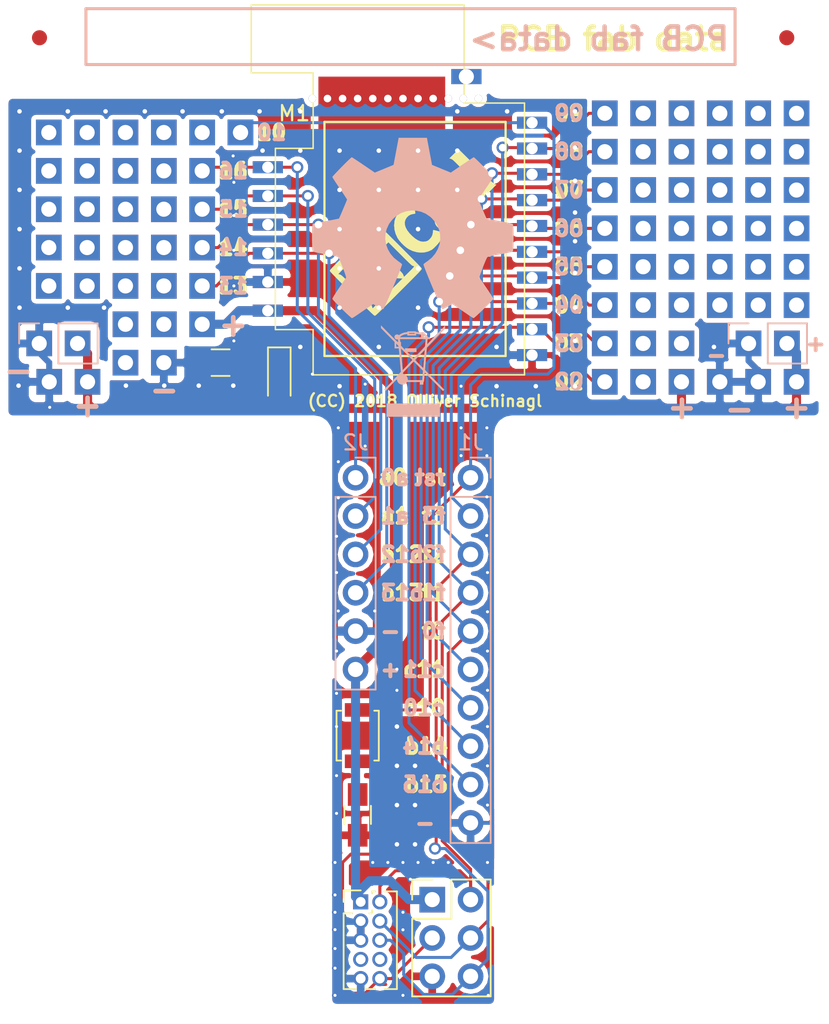
<source format=kicad_pcb>
(kicad_pcb (version 4) (host pcbnew 4.0.7)
  (layers (0 F.Cu signal) (31 B.Cu signal) (34 B.Paste user) (35 F.Paste user) (36 B.SilkS user) (37 F.SilkS user) (38 B.Mask user) (39 F.Mask user) (44 Edge.Cuts user))
  (net 0 "")
  (net 1 "Net-(D1-Pad1)")
  (net 2 +3V3)
  (net 3 /SWCLK)
  (net 4 /SWDIO)
  (net 5 GND)
  (net 6 /SWO)
  (net 7 /RESETn)
  (net 8 "Net-(J4-Pad1)")
  (net 9 "Net-(J4-Pad2)")
  (net 10 "Net-(J4-Pad3)")
  (net 11 "Net-(J4-Pad4)")
  (net 12 "Net-(J5-Pad2)")
  (net 13 "Net-(J5-Pad6)")
  (net 14 "Net-(J5-Pad7)")
  (net 15 "Net-(J5-Pad8)")
  (net 16 "Net-(J5-Pad9)")
  (net 17 "Net-(R2-Pad1)")
  (net 18 "Net-(M1-Pad17)")
  (net 19 "Net-(J1-Pad2)")
  (net 20 "Net-(J1-Pad6)")
  (net 21 "Net-(J1-Pad7)")
  (net 22 "Net-(J1-Pad8)")
  (net 23 "Net-(J1-Pad9)")
  (net 24 "Net-(J2-Pad1)")
  (net 25 "Net-(J2-Pad2)")
  (net 26 "Net-(J2-Pad3)")
  (net 27 "Net-(J2-Pad4)")
  (net 28 "Net-(J4-Pad7)")
  (net 29 "Net-(J4-Pad8)")
  (module viastiching:VIA-0.4mm (layer F.Cu) (at 118.717 95.758)
    (fp_text reference REF** hide)
    (fp_text value VIA-0.4mm hide)
    (pad "" thru_hole circle (at 0 0) (size 0.4 0.4) (drill 0.2) (layers *.Cu) (net 5 GND))
  )
  (module viastiching:VIA-0.4mm (layer F.Cu) (at 120.4976 92.8624)
    (fp_text reference REF** hide)
    (fp_text value VIA-0.4mm hide)
    (pad "" thru_hole circle (at 0 0) (size 0.4 0.4) (drill 0.2) (layers *.Cu) (net 5 GND))
  )
  (module Wire_Pads:SolderWirePad_single_0-8mmDrill (layer F.Cu) (at 143.99 92.71)
    (fp_text reference REF** hide)
    (fp_text value SolderWirePad_single_0-8mmDrill hide)
    (pad "" thru_hole rect (at 0 0) (size 1.7 1.7) (drill 1) (layers *.Cu *.Mask) (net 5 GND))
  )
  (module viastiching:VIA-0.6mm (layer F.Cu) (at 103.2 87.8)
    (fp_text reference REF** hide)
    (fp_text value VIA-0.6mm hide)
    (pad "" thru_hole circle (at 0 0) (size 0.6 0.6) (drill 0.3) (layers *.Cu) (net 5 GND))
  )
  (module viastiching:VIA-0.4mm (layer F.Cu) (at 99.6 94.4)
    (fp_text reference REF** hide)
    (fp_text value VIA-0.4mm hide)
    (pad "" thru_hole circle (at 0 0) (size 0.4 0.4) (drill 0.2) (layers *.Cu) (net 5 GND))
  )
  (module viastiching:VIA-0.4mm (layer F.Cu) (at 117 92.2)
    (fp_text reference REF** hide)
    (fp_text value VIA-0.4mm hide)
    (pad "" thru_hole circle (at 0 0) (size 0.4 0.4) (drill 0.2) (layers *.Cu) (net 5 GND))
  )
  (module viastiching:VIA-0.4mm (layer F.Cu) (at 111.8 90)
    (fp_text reference REF** hide)
    (fp_text value VIA-0.4mm hide)
    (pad "" thru_hole circle (at 0 0) (size 0.4 0.4) (drill 0.2) (layers *.Cu) (net 5 GND))
  )
  (module viastiching:VIA-0.6mm (layer F.Cu) (at 129.2 90.4)
    (fp_text reference REF** hide)
    (fp_text value VIA-0.6mm hide)
    (pad "" thru_hole circle (at 0 0) (size 0.6 0.6) (drill 0.3) (layers *.Cu) (net 5 GND))
  )
  (module viastiching:VIA-0.6mm (layer F.Cu) (at 116.2 90.4)
    (fp_text reference REF** hide)
    (fp_text value VIA-0.6mm hide)
    (pad "" thru_hole circle (at 0 0) (size 0.6 0.6) (drill 0.3) (layers *.Cu) (net 5 GND))
  )
  (module viastiching:VIA-0.6mm (layer F.Cu) (at 118.8 93)
    (fp_text reference REF** hide)
    (fp_text value VIA-0.6mm hide)
    (pad "" thru_hole circle (at 0 0) (size 0.6 0.6) (drill 0.3) (layers *.Cu) (net 5 GND))
  )
  (module viastiching:VIA-0.6mm (layer F.Cu) (at 111.76 92.964)
    (fp_text reference REF** hide)
    (fp_text value VIA-0.6mm hide)
    (pad "" thru_hole circle (at 0 0) (size 0.6 0.6) (drill 0.3) (layers *.Cu) (net 5 GND))
  )
  (module viastiching:VIA-0.6mm (layer F.Cu) (at 109.474 92.964)
    (fp_text reference REF** hide)
    (fp_text value VIA-0.6mm hide)
    (pad "" thru_hole circle (at 0 0) (size 0.6 0.6) (drill 0.3) (layers *.Cu) (net 5 GND))
  )
  (module viastiching:VIA-0.6mm (layer F.Cu) (at 107.188 92.964)
    (fp_text reference REF** hide)
    (fp_text value VIA-0.6mm hide)
    (pad "" thru_hole circle (at 0 0) (size 0.6 0.6) (drill 0.3) (layers *.Cu) (net 5 GND))
  )
  (module viastiching:VIA-0.6mm (layer F.Cu) (at 104.648 92.964)
    (fp_text reference REF** hide)
    (fp_text value VIA-0.6mm hide)
    (pad "" thru_hole circle (at 0 0) (size 0.6 0.6) (drill 0.3) (layers *.Cu) (net 5 GND))
  )
  (module viastiching:VIA-0.6mm (layer F.Cu) (at 122.6 115.54)
    (fp_text reference REF** hide)
    (fp_text value VIA-0.6mm hide)
    (pad "" thru_hole circle (at 0 0) (size 0.6 0.6) (drill 0.3) (layers *.Cu) (net 5 GND))
  )
  (module viastiching:VIA-0.6mm (layer F.Cu) (at 122.6 118.14)
    (fp_text reference REF** hide)
    (fp_text value VIA-0.6mm hide)
    (pad "" thru_hole circle (at 0 0) (size 0.6 0.6) (drill 0.3) (layers *.Cu) (net 5 GND))
  )
  (module viastiching:VIA-0.6mm (layer F.Cu) (at 123.8 118.14)
    (fp_text reference REF** hide)
    (fp_text value VIA-0.6mm hide)
    (pad "" thru_hole circle (at 0 0) (size 0.6 0.6) (drill 0.3) (layers *.Cu) (net 5 GND))
  )
  (module viastiching:VIA-0.6mm (layer F.Cu) (at 122.6 120.74)
    (fp_text reference REF** hide)
    (fp_text value VIA-0.6mm hide)
    (pad "" thru_hole circle (at 0 0) (size 0.6 0.6) (drill 0.3) (layers *.Cu) (net 5 GND))
  )
  (module viastiching:VIA-0.6mm (layer F.Cu) (at 123.8 120.74)
    (fp_text reference REF** hide)
    (fp_text value VIA-0.6mm hide)
    (pad "" thru_hole circle (at 0 0) (size 0.6 0.6) (drill 0.3) (layers *.Cu) (net 5 GND))
  )
  (module viastiching:VIA-0.6mm (layer F.Cu) (at 122.6 123.34)
    (fp_text reference REF** hide)
    (fp_text value VIA-0.6mm hide)
    (pad "" thru_hole circle (at 0 0) (size 0.6 0.6) (drill 0.3) (layers *.Cu) (net 5 GND))
  )
  (module viastiching:VIA-0.6mm (layer F.Cu) (at 123.8 123.34)
    (fp_text reference REF** hide)
    (fp_text value VIA-0.6mm hide)
    (pad "" thru_hole circle (at 0 0) (size 0.6 0.6) (drill 0.3) (layers *.Cu) (net 5 GND))
  )
  (module Wire_Pads:SolderWirePad_single_0-8mmDrill (layer F.Cu) (at 107.188 91.44)
    (fp_text reference REF** hide)
    (fp_text value SolderWirePad_single_0-8mmDrill hide)
    (pad 1 thru_hole rect (at -0.028 0) (size 1.7 1.7) (drill 1) (layers *.Cu *.Mask) (net 5 GND))
  )
  (module Wire_Pads:SolderWirePad_single_0-8mmDrill (layer F.Cu) (at 104.648 91.44)
    (fp_text reference REF** hide)
    (fp_text value SolderWirePad_single_0-8mmDrill hide)
    (pad "" thru_hole rect (at -0.028 0) (size 1.7 1.7) (drill 1) (layers *.Cu *.Mask))
  )
  (module Wire_Pads:SolderWirePad_single_0-8mmDrill (layer F.Cu) (at 109.728 88.9)
    (fp_text reference REF** hide)
    (fp_text value SolderWirePad_single_0-8mmDrill hide)
    (pad "" thru_hole rect (at -0.028 0) (size 1.7 1.7) (drill 1) (layers *.Cu *.Mask) (net 2 +3V3))
  )
  (module Wire_Pads:SolderWirePad_single_0-8mmDrill (layer F.Cu) (at 107.188 88.9)
    (fp_text reference REF** hide)
    (fp_text value SolderWirePad_single_0-8mmDrill hide)
    (pad "" thru_hole rect (at -0.028 0) (size 1.7 1.7) (drill 1) (layers *.Cu *.Mask))
  )
  (module Wire_Pads:SolderWirePad_single_0-8mmDrill (layer F.Cu) (at 104.62 88.9)
    (fp_text reference REF** hide)
    (fp_text value SolderWirePad_single_0-8mmDrill hide)
    (pad "" thru_hole rect (at 0 0) (size 1.7 1.7) (drill 1) (layers *.Cu *.Mask))
  )
  (module viastiching:VIA-0.4mm (layer F.Cu) (at 111.8 86.36)
    (fp_text reference REF** hide)
    (fp_text value VIA-0.4mm hide)
    (pad "" thru_hole circle (at 0 0) (size 0.4 0.4) (drill 0.2) (layers *.Cu) (net 5 GND))
  )
  (module viastiching:VIA-0.4mm (layer F.Cu) (at 126.85 95.758)
    (fp_text reference REF** hide)
    (fp_text value VIA-0.4mm hide)
    (pad "" thru_hole circle (at 0 0) (size 0.4 0.4) (drill 0.2) (layers *.Cu) (net 5 GND))
  )
  (module viastiching:VIA-0.4mm (layer F.Cu) (at 128.5595 95.758)
    (fp_text reference REF** hide)
    (fp_text value VIA-0.4mm hide)
    (pad "" thru_hole circle (at 0 0) (size 0.4 0.4) (drill 0.2) (layers *.Cu) (net 5 GND))
  )
  (module viastiching:VIA-0.4mm (layer F.Cu) (at 128.5595 97.6)
    (fp_text reference REF** hide)
    (fp_text value VIA-0.4mm hide)
    (pad "" thru_hole circle (at 0 0) (size 0.4 0.4) (drill 0.2) (layers *.Cu) (net 5 GND))
  )
  (module viastiching:VIA-0.4mm (layer F.Cu) (at 126.85 97.6)
    (fp_text reference REF** hide)
    (fp_text value VIA-0.4mm hide)
    (pad "" thru_hole circle (at 0 0) (size 0.4 0.4) (drill 0.2) (layers *.Cu) (net 5 GND))
  )
  (module viastiching:VIA-0.4mm (layer F.Cu) (at 118.5 126.69)
    (fp_text reference REF** hide)
    (fp_text value VIA-0.4mm hide)
    (pad "" thru_hole circle (at 0 0) (size 0.4 0.4) (drill 0.2) (layers *.Cu) (net 5 GND))
  )
  (module viastiching:VIA-0.4mm (layer F.Cu) (at 123 127.84)
    (fp_text reference REF** hide)
    (fp_text value VIA-0.4mm hide)
    (pad "" thru_hole circle (at 0 0) (size 0.4 0.4) (drill 0.2) (layers *.Cu) (net 5 GND))
  )
  (module viastiching:VIA-0.4mm (layer F.Cu) (at 123 133.34)
    (fp_text reference REF** hide)
    (fp_text value VIA-0.4mm hide)
    (pad "" thru_hole circle (at 0 0) (size 0.4 0.4) (drill 0.2) (layers *.Cu) (net 5 GND))
  )
  (module viastiching:VIA-0.4mm (layer F.Cu) (at 123.49 125.65)
    (fp_text reference REF** hide)
    (fp_text value VIA-0.4mm hide)
    (pad "" thru_hole circle (at 0 0) (size 0.4 0.4) (drill 0.2) (layers *.Cu) (net 5 GND))
  )
  (module viastiching:VIA-0.4mm (layer F.Cu) (at 123 129)
    (fp_text reference REF** hide)
    (fp_text value VIA-0.4mm hide)
    (pad "" thru_hole circle (at 0 0) (size 0.4 0.4) (drill 0.2) (layers *.Cu) (net 5 GND))
  )
  (module Pin_Headers:Pin_Header_Straight_2x05_Pitch1.27mm (layer F.Cu) (at 120.2 127.15)
    (fp_text reference J4 hide)
    (fp_text value ARM-JTAG)
    (pad 1 thru_hole rect (at 0 0) (size 1 1) (drill 0.65) (layers *.Cu *.Mask) (net 2 +3V3))
    (pad 2 thru_hole oval (at 1.27 0) (size 1 1) (drill 0.65) (layers *.Cu *.Mask) (net 4 /SWDIO))
    (pad 3 thru_hole oval (at 0 1.27) (size 1 1) (drill 0.65) (layers *.Cu *.Mask) (net 5 GND))
    (pad 4 thru_hole oval (at 1.27 1.27) (size 1 1) (drill 0.65) (layers *.Cu *.Mask) (net 3 /SWCLK))
    (pad 5 thru_hole oval (at 0 2.54) (size 1 1) (drill 0.65) (layers *.Cu *.Mask) (net 5 GND))
    (pad 6 thru_hole oval (at 1.27 2.54) (size 1 1) (drill 0.65) (layers *.Cu *.Mask) (net 6 /SWO))
    (pad 7 thru_hole oval (at 0 3.81) (size 1 1) (drill 0.65) (layers *.Cu *.Mask) (net 28 "Net-(J4-Pad7)"))
    (pad 8 thru_hole oval (at 1.27 3.81) (size 1 1) (drill 0.65) (layers *.Cu *.Mask) (net 29 "Net-(J4-Pad8)"))
    (pad 9 thru_hole oval (at 0 5.08) (size 1 1) (drill 0.65) (layers *.Cu *.Mask) (net 5 GND))
    (pad 10 thru_hole oval (at 1.27 5.08) (size 1 1) (drill 0.65) (layers *.Cu *.Mask) (net 7 /RESETn))
  )
  (module viastiching:VIA-0.4mm (layer F.Cu) (at 118.717 98)
    (fp_text reference REF** hide)
    (fp_text value VIA-0.4mm hide)
    (pad "" thru_hole circle (at 0 0) (size 0.4 0.4) (drill 0.2) (layers *.Cu) (net 5 GND))
  )
  (module viastiching:VIA-0.4mm (layer F.Cu) (at 121 124.54)
    (fp_text reference REF** hide)
    (fp_text value VIA-0.4mm hide)
    (pad "" thru_hole circle (at 0 0) (size 0.4 0.4) (drill 0.2) (layers *.Cu) (net 5 GND))
  )
  (module viastiching:VIA-0.4mm (layer F.Cu) (at 118.6 118.79)
    (fp_text reference REF** hide)
    (fp_text value VIA-0.4mm hide)
    (pad "" thru_hole circle (at 0 0) (size 0.4 0.4) (drill 0.2) (layers *.Cu) (net 5 GND))
  )
  (module viastiching:VIA-0.4mm (layer F.Cu) (at 122 124.54)
    (fp_text reference REF** hide)
    (fp_text value VIA-0.4mm hide)
    (pad "" thru_hole circle (at 0 0) (size 0.4 0.4) (drill 0.2) (layers *.Cu) (net 5 GND))
  )
  (module viastiching:VIA-0.4mm (layer F.Cu) (at 123 124.54)
    (fp_text reference REF** hide)
    (fp_text value VIA-0.4mm hide)
    (pad "" thru_hole circle (at 0 0) (size 0.4 0.4) (drill 0.2) (layers *.Cu) (net 5 GND))
  )
  (module viastiching:VIA-0.4mm (layer F.Cu) (at 124 124.54)
    (fp_text reference REF** hide)
    (fp_text value VIA-0.4mm hide)
    (pad "" thru_hole circle (at 0 0) (size 0.4 0.4) (drill 0.2) (layers *.Cu) (net 5 GND))
  )
  (module viastiching:VIA-0.4mm (layer F.Cu) (at 118.5 124.54)
    (fp_text reference REF** hide)
    (fp_text value VIA-0.4mm hide)
    (pad "" thru_hole circle (at 0 0) (size 0.4 0.4) (drill 0.2) (layers *.Cu) (net 5 GND))
  )
  (module viastiching:VIA-0.4mm (layer F.Cu) (at 128.65 133.34)
    (fp_text reference REF** hide)
    (fp_text value VIA-0.4mm hide)
    (pad "" thru_hole circle (at 0 0) (size 0.4 0.4) (drill 0.2) (layers *.Cu) (net 5 GND))
  )
  (module viastiching:VIA-0.4mm (layer F.Cu) (at 118.5 133.34)
    (fp_text reference REF** hide)
    (fp_text value VIA-0.4mm hide)
    (pad "" thru_hole circle (at 0 0) (size 0.4 0.4) (drill 0.2) (layers *.Cu) (net 5 GND))
  )
  (module viastiching:VIA-0.4mm (layer F.Cu) (at 118.5 131.54)
    (fp_text reference REF** hide)
    (fp_text value VIA-0.4mm hide)
    (pad "" thru_hole circle (at 0 0) (size 0.4 0.4) (drill 0.2) (layers *.Cu) (net 5 GND))
  )
  (module viastiching:VIA-0.4mm (layer F.Cu) (at 118.5 130.24)
    (fp_text reference REF** hide)
    (fp_text value VIA-0.4mm hide)
    (pad "" thru_hole circle (at 0 0) (size 0.4 0.4) (drill 0.2) (layers *.Cu) (net 5 GND))
  )
  (module viastiching:VIA-0.4mm (layer F.Cu) (at 118.5 128.99)
    (fp_text reference REF** hide)
    (fp_text value VIA-0.4mm hide)
    (pad "" thru_hole circle (at 0 0) (size 0.4 0.4) (drill 0.2) (layers *.Cu) (net 5 GND))
  )
  (module viastiching:VIA-0.4mm (layer F.Cu) (at 118.5 127.84)
    (fp_text reference REF** hide)
    (fp_text value VIA-0.4mm hide)
    (pad "" thru_hole circle (at 0 0) (size 0.4 0.4) (drill 0.2) (layers *.Cu) (net 5 GND))
  )
  (module viastiching:VIA-0.4mm (layer F.Cu) (at 126.85 93)
    (fp_text reference REF** hide)
    (fp_text value VIA-0.4mm hide)
    (pad "" thru_hole circle (at 0 0) (size 0.4 0.4) (drill 0.2) (layers *.Cu) (net 5 GND))
  )
  (module viastiching:VIA-0.6mm (layer F.Cu) (at 129.9 74.8)
    (fp_text reference REF** hide)
    (fp_text value VIA-0.6mm hide)
    (pad "" thru_hole circle (at 0 0) (size 0.6 0.6) (drill 0.3) (layers *.Cu) (net 5 GND))
  )
  (module viastiching:VIA-0.6mm (layer F.Cu) (at 126.6 74.8)
    (fp_text reference REF** hide)
    (fp_text value VIA-0.6mm hide)
    (pad "" thru_hole circle (at 0 0) (size 0.6 0.6) (drill 0.3) (layers *.Cu) (net 5 GND))
  )
  (module viastiching:VIA-0.6mm (layer F.Cu) (at 113.7 77.4)
    (fp_text reference REF** hide)
    (fp_text value VIA-0.6mm hide)
    (pad "" thru_hole circle (at 0 0) (size 0.6 0.6) (drill 0.3) (layers *.Cu) (net 5 GND))
  )
  (module viastiching:VIA-0.6mm (layer F.Cu) (at 113.5 74.8)
    (fp_text reference REF** hide)
    (fp_text value VIA-0.6mm hide)
    (pad "" thru_hole circle (at 0 0) (size 0.6 0.6) (drill 0.3) (layers *.Cu) (net 5 GND))
  )
  (module viastiching:VIA-0.6mm (layer F.Cu) (at 111 74.8)
    (fp_text reference REF** hide)
    (fp_text value VIA-0.6mm hide)
    (pad "" thru_hole circle (at 0 0) (size 0.6 0.6) (drill 0.3) (layers *.Cu) (net 5 GND))
  )
  (module viastiching:VIA-0.6mm (layer F.Cu) (at 108.4 74.8)
    (fp_text reference REF** hide)
    (fp_text value VIA-0.6mm hide)
    (pad "" thru_hole circle (at 0 0) (size 0.6 0.6) (drill 0.3) (layers *.Cu) (net 5 GND))
  )
  (module viastiching:VIA-0.6mm (layer F.Cu) (at 105.9 74.8)
    (fp_text reference REF** hide)
    (fp_text value VIA-0.6mm hide)
    (pad "" thru_hole circle (at 0 0) (size 0.6 0.6) (drill 0.3) (layers *.Cu) (net 5 GND))
  )
  (module viastiching:VIA-0.6mm (layer F.Cu) (at 103.3 74.8)
    (fp_text reference REF** hide)
    (fp_text value VIA-0.6mm hide)
    (pad "" thru_hole circle (at 0 0) (size 0.6 0.6) (drill 0.3) (layers *.Cu) (net 5 GND))
  )
  (module viastiching:VIA-0.6mm (layer F.Cu) (at 100.8 74.8)
    (fp_text reference REF** hide)
    (fp_text value VIA-0.6mm hide)
    (pad "" thru_hole circle (at 0 0) (size 0.6 0.6) (drill 0.3) (layers *.Cu) (net 5 GND))
  )
  (module viastiching:VIA-0.4mm (layer F.Cu) (at 111.75 77.75)
    (fp_text reference REF** hide)
    (fp_text value VIA-0.4mm hide)
    (pad "" thru_hole circle (at 0 0) (size 0.4 0.4) (drill 0.2) (layers *.Cu) (net 5 GND))
  )
  (module viastiching:VIA-0.6mm (layer F.Cu) (at 134.4 90)
    (fp_text reference REF** hide)
    (fp_text value VIA-0.6mm hide)
    (pad "" thru_hole circle (at 0 0) (size 0.6 0.6) (drill 0.3) (layers *.Cu) (net 5 GND))
  )
  (module viastiching:VIA-0.4mm (layer F.Cu) (at 122.6 111.74)
    (fp_text reference REF** hide)
    (fp_text value VIA-0.4mm hide)
    (pad "" thru_hole circle (at 0 0) (size 0.4 0.4) (drill 0.2) (layers *.Cu) (net 5 GND))
  )
  (module viastiching:VIA-0.4mm (layer F.Cu) (at 118.6 102.94)
    (fp_text reference REF** hide)
    (fp_text value VIA-0.4mm hide)
    (pad "" thru_hole circle (at 0 0) (size 0.4 0.4) (drill 0.2) (layers *.Cu) (net 5 GND))
  )
  (module viastiching:VIA-0.4mm (layer F.Cu) (at 118.6 105.34)
    (fp_text reference REF** hide)
    (fp_text value VIA-0.4mm hide)
    (pad "" thru_hole circle (at 0 0) (size 0.4 0.4) (drill 0.2) (layers *.Cu) (net 5 GND))
  )
  (module viastiching:VIA-0.4mm (layer F.Cu) (at 118.6 110.54)
    (fp_text reference REF** hide)
    (fp_text value VIA-0.4mm hide)
    (pad "" thru_hole circle (at 0 0) (size 0.4 0.4) (drill 0.2) (layers *.Cu) (net 5 GND))
  )
  (module viastiching:VIA-0.4mm (layer F.Cu) (at 118.6 115.54)
    (fp_text reference REF** hide)
    (fp_text value VIA-0.4mm hide)
    (pad "" thru_hole circle (at 0 0) (size 0.4 0.4) (drill 0.2) (layers *.Cu) (net 5 GND))
  )
  (module viastiching:VIA-0.4mm (layer F.Cu) (at 118.6 113.34)
    (fp_text reference REF** hide)
    (fp_text value VIA-0.4mm hide)
    (pad "" thru_hole circle (at 0 0) (size 0.4 0.4) (drill 0.2) (layers *.Cu) (net 5 GND))
  )
  (module viastiching:VIA-0.4mm (layer F.Cu) (at 118.6 121.29)
    (fp_text reference REF** hide)
    (fp_text value VIA-0.4mm hide)
    (pad "" thru_hole circle (at 0 0) (size 0.4 0.4) (drill 0.2) (layers *.Cu) (net 5 GND))
  )
  (module viastiching:VIA-0.4mm (layer F.Cu) (at 128.6 105.34)
    (fp_text reference REF** hide)
    (fp_text value VIA-0.4mm hide)
    (pad "" thru_hole circle (at 0 0) (size 0.4 0.4) (drill 0.2) (layers *.Cu) (net 5 GND))
  )
  (module viastiching:VIA-0.4mm (layer F.Cu) (at 128.6 107.94)
    (fp_text reference REF** hide)
    (fp_text value VIA-0.4mm hide)
    (pad "" thru_hole circle (at 0 0) (size 0.4 0.4) (drill 0.2) (layers *.Cu) (net 5 GND))
  )
  (module viastiching:VIA-0.4mm (layer F.Cu) (at 128.6 110.54)
    (fp_text reference REF** hide)
    (fp_text value VIA-0.4mm hide)
    (pad "" thru_hole circle (at 0 0) (size 0.4 0.4) (drill 0.2) (layers *.Cu) (net 5 GND))
  )
  (module viastiching:VIA-0.4mm (layer F.Cu) (at 128.6 113.14)
    (fp_text reference REF** hide)
    (fp_text value VIA-0.4mm hide)
    (pad "" thru_hole circle (at 0 0) (size 0.4 0.4) (drill 0.2) (layers *.Cu) (net 5 GND))
  )
  (module viastiching:VIA-0.4mm (layer F.Cu) (at 128.6 115.54)
    (fp_text reference REF** hide)
    (fp_text value VIA-0.4mm hide)
    (pad "" thru_hole circle (at 0 0) (size 0.4 0.4) (drill 0.2) (layers *.Cu) (net 5 GND))
  )
  (module viastiching:VIA-0.4mm (layer F.Cu) (at 128.6 118.14)
    (fp_text reference REF** hide)
    (fp_text value VIA-0.4mm hide)
    (pad "" thru_hole circle (at 0 0) (size 0.4 0.4) (drill 0.2) (layers *.Cu) (net 5 GND))
  )
  (module viastiching:VIA-0.4mm (layer F.Cu) (at 128.6 120.74)
    (fp_text reference REF** hide)
    (fp_text value VIA-0.4mm hide)
    (pad "" thru_hole circle (at 0 0) (size 0.4 0.4) (drill 0.2) (layers *.Cu) (net 5 GND))
  )
  (module viastiching:VIA-0.4mm (layer F.Cu) (at 122.6 113.14)
    (fp_text reference REF** hide)
    (fp_text value VIA-0.4mm hide)
    (pad "" thru_hole circle (at 0 0) (size 0.4 0.4) (drill 0.2) (layers *.Cu) (net 5 GND))
  )
  (module viastiching:VIA-0.4mm (layer F.Cu) (at 128.6 124.54)
    (fp_text reference REF** hide)
    (fp_text value VIA-0.4mm hide)
    (pad "" thru_hole circle (at 0 0) (size 0.4 0.4) (drill 0.2) (layers *.Cu) (net 5 GND))
  )
  (module viastiching:VIA-0.4mm (layer F.Cu) (at 126 124.54)
    (fp_text reference REF** hide)
    (fp_text value VIA-0.4mm hide)
    (pad "" thru_hole circle (at 0 0) (size 0.4 0.4) (drill 0.2) (layers *.Cu) (net 5 GND))
  )
  (module viastiching:VIA-0.4mm (layer F.Cu) (at 125 124.54)
    (fp_text reference REF** hide)
    (fp_text value VIA-0.4mm hide)
    (pad "" thru_hole circle (at 0 0) (size 0.4 0.4) (drill 0.2) (layers *.Cu) (net 5 GND))
  )
  (module viastiching:VIA-0.4mm (layer F.Cu) (at 128.55 102.89)
    (fp_text reference REF** hide)
    (fp_text value VIA-0.4mm hide)
    (pad "" thru_hole circle (at 0 0) (size 0.4 0.4) (drill 0.2) (layers *.Cu) (net 5 GND))
  )
  (module Pin_Headers:Pin_Header_Straight_1x10_Pitch2.54mm (layer B.Cu) (at 127.48 99.06 180)
    (fp_text reference J1 (at 0 2.33 180) (layer B.SilkS) (effects (justify mirror)))
    (fp_text value Right)
    (pad 1 thru_hole circle (at 0 0 180) (size 1.7 1.7) (drill 1) (layers *.Cu *.Mask) (net 7 /RESETn))
    (pad 2 thru_hole oval (at 0 -2.54 180) (size 1.7 1.7) (drill 1) (layers *.Cu *.Mask) (net 19 "Net-(J1-Pad2)"))
    (pad 3 thru_hole oval (at 0 -5.08 180) (size 1.7 1.7) (drill 1) (layers *.Cu *.Mask) (net 6 /SWO))
    (pad 4 thru_hole oval (at 0 -7.62 180) (size 1.7 1.7) (drill 1) (layers *.Cu *.Mask) (net 4 /SWDIO))
    (pad 5 thru_hole oval (at 0 -10.16 180) (size 1.7 1.7) (drill 1) (layers *.Cu *.Mask) (net 3 /SWCLK))
    (pad 6 thru_hole oval (at 0 -12.7 180) (size 1.7 1.7) (drill 1) (layers *.Cu *.Mask) (net 20 "Net-(J1-Pad6)"))
    (pad 7 thru_hole oval (at 0 -15.24 180) (size 1.7 1.7) (drill 1) (layers *.Cu *.Mask) (net 21 "Net-(J1-Pad7)"))
    (pad 8 thru_hole oval (at 0 -17.78 180) (size 1.7 1.7) (drill 1) (layers *.Cu *.Mask) (net 22 "Net-(J1-Pad8)"))
    (pad 9 thru_hole oval (at 0 -20.32 180) (size 1.7 1.7) (drill 1) (layers *.Cu *.Mask) (net 23 "Net-(J1-Pad9)"))
    (pad 10 thru_hole oval (at 0 -22.86 180) (size 1.7 1.7) (drill 1) (layers *.Cu *.Mask) (net 5 GND))
  )
  (module viastiching:VIA-0.4mm (layer F.Cu) (at 128.5595 100.33)
    (fp_text reference REF** hide)
    (fp_text value VIA-0.4mm hide)
    (pad "" thru_hole circle (at 0 0) (size 0.4 0.4) (drill 0.2) (layers *.Cu) (net 5 GND))
  )
  (module viastiching:fiducial (layer F.Cu) (at 148.425 69.925)
    (fp_text reference FID2 hide)
    (fp_text value fiducial hide)
    (pad "" smd circle (at 0 0) (size 1 1) (layers F.Cu F.Mask) (clearance 0.5))
  )
  (module viastiching:mousebite (layer F.Cu) (at 117 73.95)
    (fp_text reference REF** hide)
    (fp_text value mousebite hide)
    (pad "" thru_hole circle (at 0 0) (size 0.5 0.5) (drill 0.5) (layers *.Cu))
  )
  (module viastiching:mousebite (layer F.Cu) (at 118 73.95)
    (fp_text reference REF** hide)
    (fp_text value mousebite hide)
    (pad "" thru_hole circle (at 0 0) (size 0.5 0.5) (drill 0.5) (layers *.Cu))
  )
  (module viastiching:mousebite (layer F.Cu) (at 119 73.95)
    (fp_text reference REF** hide)
    (fp_text value mousebite hide)
    (pad "" thru_hole circle (at 0 0) (size 0.5 0.5) (drill 0.5) (layers *.Cu))
  )
  (module viastiching:mousebite (layer F.Cu) (at 120 73.95)
    (fp_text reference REF** hide)
    (fp_text value mousebite hide)
    (pad "" thru_hole circle (at 0 0) (size 0.5 0.5) (drill 0.5) (layers *.Cu))
  )
  (module viastiching:mousebite (layer F.Cu) (at 121 73.95)
    (fp_text reference REF** hide)
    (fp_text value mousebite hide)
    (pad "" thru_hole circle (at 0 0) (size 0.5 0.5) (drill 0.5) (layers *.Cu))
  )
  (module viastiching:mousebite (layer F.Cu) (at 122 73.95)
    (fp_text reference REF** hide)
    (fp_text value mousebite hide)
    (pad "" thru_hole circle (at 0 0) (size 0.5 0.5) (drill 0.5) (layers *.Cu))
  )
  (module viastiching:mousebite (layer F.Cu) (at 123 73.95)
    (fp_text reference REF** hide)
    (fp_text value mousebite hide)
    (pad "" thru_hole circle (at 0 0) (size 0.5 0.5) (drill 0.5) (layers *.Cu))
  )
  (module viastiching:mousebite (layer F.Cu) (at 124 73.95)
    (fp_text reference REF** hide)
    (fp_text value mousebite hide)
    (pad "" thru_hole circle (at 0 0) (size 0.5 0.5) (drill 0.5) (layers *.Cu))
  )
  (module viastiching:mousebite (layer F.Cu) (at 125 73.95)
    (fp_text reference REF** hide)
    (fp_text value mousebite hide)
    (pad "" thru_hole circle (at 0 0) (size 0.5 0.5) (drill 0.5) (layers *.Cu))
  )
  (module viastiching:mousebite (layer F.Cu) (at 126 73.95)
    (fp_text reference REF** hide)
    (fp_text value mousebite hide)
    (pad "" thru_hole circle (at 0 0) (size 0.5 0.5) (drill 0.5) (layers *.Cu))
  )
  (module viastiching:mousebite (layer F.Cu) (at 128 73.95)
    (fp_text reference REF** hide)
    (fp_text value mousebite hide)
    (pad "" thru_hole circle (at 0 0) (size 0.5 0.5) (drill 0.5) (layers *.Cu))
  )
  (module viastiching:VIA-0.6mm (layer F.Cu) (at 97.536 92.964)
    (fp_text reference REF** hide)
    (fp_text value VIA-0.6mm hide)
    (pad "" thru_hole circle (at 0 0) (size 0.6 0.6) (drill 0.3) (layers *.Cu) (net 5 GND))
  )
  (module viastiching:VIA-0.4mm (layer F.Cu) (at 120.495 96.9645)
    (fp_text reference REF** hide)
    (fp_text value VIA-0.4mm hide)
    (pad "" thru_hole circle (at 0 0) (size 0.4 0.4) (drill 0.2) (layers *.Cu) (net 5 GND))
  )
  (module viastiching:VIA-0.4mm (layer F.Cu) (at 118.717 100.3935)
    (fp_text reference REF** hide)
    (fp_text value VIA-0.4mm hide)
    (pad "" thru_hole circle (at 0 0) (size 0.4 0.4) (drill 0.2) (layers *.Cu) (net 5 GND))
  )
  (module viastiching:VIA-0.4mm (layer F.Cu) (at 118.717 107.8865)
    (fp_text reference REF** hide)
    (fp_text value VIA-0.4mm hide)
    (pad "" thru_hole circle (at 0 0) (size 0.4 0.4) (drill 0.2) (layers *.Cu) (net 5 GND))
  )
  (module viastiching:VIA-0.6mm (layer F.Cu) (at 134.4 85.5)
    (fp_text reference REF** hide)
    (fp_text value VIA-0.6mm hide)
    (pad "" thru_hole circle (at 0 0) (size 0.6 0.6) (drill 0.3) (layers *.Cu) (net 5 GND))
  )
  (module viastiching:VIA-0.6mm (layer F.Cu) (at 134.4 83.4)
    (fp_text reference REF** hide)
    (fp_text value VIA-0.6mm hide)
    (pad "" thru_hole circle (at 0 0) (size 0.6 0.6) (drill 0.3) (layers *.Cu) (net 5 GND))
  )
  (module viastiching:VIA-0.6mm (layer F.Cu) (at 134.4 81.5)
    (fp_text reference REF** hide)
    (fp_text value VIA-0.6mm hide)
    (pad "" thru_hole circle (at 0 0) (size 0.6 0.6) (drill 0.3) (layers *.Cu) (net 5 GND))
  )
  (module viastiching:VIA-0.6mm (layer F.Cu) (at 134.4 79.4)
    (fp_text reference REF** hide)
    (fp_text value VIA-0.6mm hide)
    (pad "" thru_hole circle (at 0 0) (size 0.6 0.6) (drill 0.3) (layers *.Cu) (net 5 GND))
  )
  (module viastiching:VIA-0.4mm (layer F.Cu) (at 121.13 107.8865)
    (fp_text reference REF** hide)
    (fp_text value VIA-0.4mm hide)
    (pad "" thru_hole circle (at 0 0) (size 0.4 0.4) (drill 0.2) (layers *.Cu) (net 5 GND))
  )
  (module viastiching:VIA-0.6mm (layer F.Cu) (at 100.8 87.8)
    (fp_text reference REF** hide)
    (fp_text value VIA-0.6mm hide)
    (pad "" thru_hole circle (at 0 0) (size 0.6 0.6) (drill 0.3) (layers *.Cu) (net 5 GND))
  )
  (module viastiching:VIA-0.4mm (layer F.Cu) (at 111.8 84)
    (fp_text reference REF** hide)
    (fp_text value VIA-0.4mm hide)
    (pad "" thru_hole circle (at 0 0) (size 0.4 0.4) (drill 0.2) (layers *.Cu) (net 5 GND))
  )
  (module viastiching:VIA-0.4mm (layer F.Cu) (at 111.8 81.7)
    (fp_text reference REF** hide)
    (fp_text value VIA-0.4mm hide)
    (pad "" thru_hole circle (at 0 0) (size 0.4 0.4) (drill 0.2) (layers *.Cu) (net 5 GND))
  )
  (module viastiching:VIA-0.4mm (layer F.Cu) (at 111.8 79.5)
    (fp_text reference REF** hide)
    (fp_text value VIA-0.4mm hide)
    (pad "" thru_hole circle (at 0 0) (size 0.4 0.4) (drill 0.2) (layers *.Cu) (net 5 GND))
  )
  (module viastiching:VIA-0.6mm (layer F.Cu) (at 134.4 74.8)
    (fp_text reference REF** hide)
    (fp_text value VIA-0.6mm hide)
    (pad "" thru_hole circle (at 0 0) (size 0.6 0.6) (drill 0.3) (layers *.Cu) (net 5 GND))
  )
  (module viastiching:VIA-0.6mm (layer F.Cu) (at 116.2 74.8)
    (fp_text reference REF** hide)
    (fp_text value VIA-0.6mm hide)
    (pad "" thru_hole circle (at 0 0) (size 0.6 0.6) (drill 0.3) (layers *.Cu) (net 5 GND))
  )
  (module viastiching:VIA-0.6mm (layer F.Cu) (at 121.4 90.4)
    (fp_text reference REF** hide)
    (fp_text value VIA-0.6mm hide)
    (pad "" thru_hole circle (at 0 0) (size 0.6 0.6) (drill 0.3) (layers *.Cu) (net 5 GND))
  )
  (module viastiching:VIA-0.6mm (layer F.Cu) (at 124 87.8)
    (fp_text reference REF** hide)
    (fp_text value VIA-0.6mm hide)
    (pad "" thru_hole circle (at 0 0) (size 0.6 0.6) (drill 0.3) (layers *.Cu) (net 5 GND))
  )
  (module viastiching:VIA-0.6mm (layer F.Cu) (at 118.8 87.8)
    (fp_text reference REF** hide)
    (fp_text value VIA-0.6mm hide)
    (pad "" thru_hole circle (at 0 0) (size 0.6 0.6) (drill 0.3) (layers *.Cu) (net 5 GND))
  )
  (module viastiching:VIA-0.6mm (layer F.Cu) (at 121.4 87.8)
    (fp_text reference REF** hide)
    (fp_text value VIA-0.6mm hide)
    (pad "" thru_hole circle (at 0 0) (size 0.6 0.6) (drill 0.3) (layers *.Cu) (net 5 GND))
  )
  (module viastiching:VIA-0.6mm (layer F.Cu) (at 124 85.2)
    (fp_text reference REF** hide)
    (fp_text value VIA-0.6mm hide)
    (pad "" thru_hole circle (at 0 0) (size 0.6 0.6) (drill 0.3) (layers *.Cu) (net 5 GND))
  )
  (module viastiching:VIA-0.6mm (layer F.Cu) (at 118.8 85.2)
    (fp_text reference REF** hide)
    (fp_text value VIA-0.6mm hide)
    (pad "" thru_hole circle (at 0 0) (size 0.6 0.6) (drill 0.3) (layers *.Cu) (net 5 GND))
  )
  (module viastiching:VIA-0.6mm (layer F.Cu) (at 121.4 85.2)
    (fp_text reference REF** hide)
    (fp_text value VIA-0.6mm hide)
    (pad "" thru_hole circle (at 0 0) (size 0.6 0.6) (drill 0.3) (layers *.Cu) (net 5 GND))
  )
  (module viastiching:VIA-0.6mm (layer F.Cu) (at 118.8 82.6)
    (fp_text reference REF** hide)
    (fp_text value VIA-0.6mm hide)
    (pad "" thru_hole circle (at 0 0) (size 0.6 0.6) (drill 0.3) (layers *.Cu) (net 5 GND))
  )
  (module viastiching:VIA-0.6mm (layer F.Cu) (at 121.4 82.6)
    (fp_text reference REF** hide)
    (fp_text value VIA-0.6mm hide)
    (pad "" thru_hole circle (at 0 0) (size 0.6 0.6) (drill 0.3) (layers *.Cu) (net 5 GND))
  )
  (module viastiching:VIA-0.6mm (layer F.Cu) (at 124 82.6)
    (fp_text reference REF** hide)
    (fp_text value VIA-0.6mm hide)
    (pad "" thru_hole circle (at 0 0) (size 0.6 0.6) (drill 0.3) (layers *.Cu) (net 5 GND))
  )
  (module viastiching:VIA-0.6mm (layer F.Cu) (at 126.6 80)
    (fp_text reference REF** hide)
    (fp_text value VIA-0.6mm hide)
    (pad "" thru_hole circle (at 0 0) (size 0.6 0.6) (drill 0.3) (layers *.Cu) (net 5 GND))
  )
  (module viastiching:VIA-0.6mm (layer F.Cu) (at 124 80)
    (fp_text reference REF** hide)
    (fp_text value VIA-0.6mm hide)
    (pad "" thru_hole circle (at 0 0) (size 0.6 0.6) (drill 0.3) (layers *.Cu) (net 5 GND))
  )
  (module viastiching:VIA-0.6mm (layer F.Cu) (at 121.4 80)
    (fp_text reference REF** hide)
    (fp_text value VIA-0.6mm hide)
    (pad "" thru_hole circle (at 0 0) (size 0.6 0.6) (drill 0.3) (layers *.Cu) (net 5 GND))
  )
  (module viastiching:VIA-0.6mm (layer F.Cu) (at 118.8 80)
    (fp_text reference REF** hide)
    (fp_text value VIA-0.6mm hide)
    (pad "" thru_hole circle (at 0 0) (size 0.6 0.6) (drill 0.3) (layers *.Cu) (net 5 GND))
  )
  (module viastiching:VIA-0.6mm (layer F.Cu) (at 116.2 77.4)
    (fp_text reference REF** hide)
    (fp_text value VIA-0.6mm hide)
    (pad "" thru_hole circle (at 0 0) (size 0.6 0.6) (drill 0.3) (layers *.Cu) (net 5 GND))
  )
  (module viastiching:VIA-0.6mm (layer F.Cu) (at 118.8 77.4)
    (fp_text reference REF** hide)
    (fp_text value VIA-0.6mm hide)
    (pad "" thru_hole circle (at 0 0) (size 0.6 0.6) (drill 0.3) (layers *.Cu) (net 5 GND))
  )
  (module viastiching:VIA-0.6mm (layer F.Cu) (at 121.4 77.4)
    (fp_text reference REF** hide)
    (fp_text value VIA-0.6mm hide)
    (pad "" thru_hole circle (at 0 0) (size 0.6 0.6) (drill 0.3) (layers *.Cu) (net 5 GND))
  )
  (module viastiching:VIA-0.6mm (layer F.Cu) (at 124 77.4)
    (fp_text reference REF** hide)
    (fp_text value VIA-0.6mm hide)
    (pad "" thru_hole circle (at 0 0) (size 0.6 0.6) (drill 0.3) (layers *.Cu) (net 5 GND))
  )
  (module viastiching:VIA-0.6mm (layer F.Cu) (at 126.6 77.4)
    (fp_text reference REF** hide)
    (fp_text value VIA-0.6mm hide)
    (pad "" thru_hole circle (at 0 0) (size 0.6 0.6) (drill 0.3) (layers *.Cu) (net 5 GND))
  )
  (module viastiching:VIA-0.6mm (layer F.Cu) (at 143.6 90.4)
    (fp_text reference REF** hide)
    (fp_text value VIA-0.6mm hide)
    (pad "" thru_hole circle (at 0 0) (size 0.6 0.6) (drill 0.3) (layers *.Cu) (net 5 GND))
  )
  (module viastiching:VIA-0.6mm (layer F.Cu) (at 134.4 77.2)
    (fp_text reference REF** hide)
    (fp_text value VIA-0.6mm hide)
    (pad "" thru_hole circle (at 0 0) (size 0.6 0.6) (drill 0.3) (layers *.Cu) (net 5 GND))
  )
  (module viastiching:VIA-0.6mm (layer F.Cu) (at 134.4 87.8)
    (fp_text reference REF** hide)
    (fp_text value VIA-0.6mm hide)
    (pad "" thru_hole circle (at 0 0) (size 0.6 0.6) (drill 0.3) (layers *.Cu) (net 5 GND))
  )
  (module viastiching:VIA-0.6mm (layer F.Cu) (at 129.2 93)
    (fp_text reference REF** hide)
    (fp_text value VIA-0.6mm hide)
    (pad "" thru_hole circle (at 0 0) (size 0.6 0.6) (drill 0.3) (layers *.Cu) (net 5 GND))
  )
  (module viastiching:VIA-0.6mm (layer F.Cu) (at 131.8 93)
    (fp_text reference REF** hide)
    (fp_text value VIA-0.6mm hide)
    (pad "" thru_hole circle (at 0 0) (size 0.6 0.6) (drill 0.3) (layers *.Cu) (net 5 GND))
  )
  (module viastiching:VIA-0.6mm (layer F.Cu) (at 134.4 93)
    (fp_text reference REF** hide)
    (fp_text value VIA-0.6mm hide)
    (pad "" thru_hole circle (at 0 0) (size 0.6 0.6) (drill 0.3) (layers *.Cu) (net 5 GND))
  )
  (module viastiching:VIA-0.6mm (layer F.Cu) (at 97.6 87.8)
    (fp_text reference REF** hide)
    (fp_text value VIA-0.6mm hide)
    (pad "" thru_hole circle (at 0 0) (size 0.6 0.6) (drill 0.3) (layers *.Cu) (net 5 GND))
  )
  (module viastiching:VIA-0.6mm (layer F.Cu) (at 97.6 85.2)
    (fp_text reference REF** hide)
    (fp_text value VIA-0.6mm hide)
    (pad "" thru_hole circle (at 0 0) (size 0.6 0.6) (drill 0.3) (layers *.Cu) (net 5 GND))
  )
  (module viastiching:VIA-0.6mm (layer F.Cu) (at 97.6 82.6)
    (fp_text reference REF** hide)
    (fp_text value VIA-0.6mm hide)
    (pad "" thru_hole circle (at 0 0) (size 0.6 0.6) (drill 0.3) (layers *.Cu) (net 5 GND))
  )
  (module viastiching:VIA-0.6mm (layer F.Cu) (at 97.6 80)
    (fp_text reference REF** hide)
    (fp_text value VIA-0.6mm hide)
    (pad "" thru_hole circle (at 0 0) (size 0.6 0.6) (drill 0.3) (layers *.Cu) (net 5 GND))
  )
  (module viastiching:VIA-0.6mm (layer F.Cu) (at 97.6 77.4)
    (fp_text reference REF** hide)
    (fp_text value VIA-0.6mm hide)
    (pad "" thru_hole circle (at 0 0) (size 0.6 0.6) (drill 0.3) (layers *.Cu) (net 5 GND))
  )
  (module Wire_Pads:SolderWirePad_single_0-8mmDrill (layer F.Cu) (at 149.07 82.55)
    (fp_text reference REF** hide)
    (fp_text value SolderWirePad_single_0-8mmDrill hide)
    (pad "" thru_hole rect (at 0 0) (size 1.7 1.7) (drill 1) (layers *.Cu *.Mask))
  )
  (module Wire_Pads:SolderWirePad_single_0-8mmDrill (layer F.Cu) (at 149.07 87.63)
    (fp_text reference REF** hide)
    (fp_text value SolderWirePad_single_0-8mmDrill hide)
    (pad "" thru_hole rect (at 0 0) (size 1.7 1.7) (drill 1) (layers *.Cu *.Mask))
  )
  (module Wire_Pads:SolderWirePad_single_0-8mmDrill (layer F.Cu) (at 149.07 85.09)
    (fp_text reference REF** hide)
    (fp_text value SolderWirePad_single_0-8mmDrill hide)
    (pad "" thru_hole rect (at 0 0) (size 1.7 1.7) (drill 1) (layers *.Cu *.Mask))
  )
  (module Wire_Pads:SolderWirePad_single_0-8mmDrill (layer F.Cu) (at 149.07 74.93)
    (fp_text reference REF** hide)
    (fp_text value SolderWirePad_single_0-8mmDrill hide)
    (pad "" thru_hole rect (at 0 0) (size 1.7 1.7) (drill 1) (layers *.Cu *.Mask))
  )
  (module Wire_Pads:SolderWirePad_single_0-8mmDrill (layer F.Cu) (at 149.07 77.47)
    (fp_text reference REF** hide)
    (fp_text value SolderWirePad_single_0-8mmDrill hide)
    (pad "" thru_hole rect (at 0 0) (size 1.7 1.7) (drill 1) (layers *.Cu *.Mask))
  )
  (module Wire_Pads:SolderWirePad_single_0-8mmDrill (layer F.Cu) (at 149.07 80.01)
    (fp_text reference REF** hide)
    (fp_text value SolderWirePad_single_0-8mmDrill hide)
    (pad "" thru_hole rect (at 0 0) (size 1.7 1.7) (drill 1) (layers *.Cu *.Mask))
  )
  (module Wire_Pads:SolderWirePad_single_0-8mmDrill (layer F.Cu) (at 146.53 82.55)
    (fp_text reference REF** hide)
    (fp_text value SolderWirePad_single_0-8mmDrill hide)
    (pad "" thru_hole rect (at 0 0) (size 1.7 1.7) (drill 1) (layers *.Cu *.Mask))
  )
  (module Wire_Pads:SolderWirePad_single_0-8mmDrill (layer F.Cu) (at 146.53 87.63)
    (fp_text reference REF** hide)
    (fp_text value SolderWirePad_single_0-8mmDrill hide)
    (pad "" thru_hole rect (at 0 0) (size 1.7 1.7) (drill 1) (layers *.Cu *.Mask))
  )
  (module Wire_Pads:SolderWirePad_single_0-8mmDrill (layer F.Cu) (at 146.53 85.09)
    (fp_text reference REF** hide)
    (fp_text value SolderWirePad_single_0-8mmDrill hide)
    (pad "" thru_hole rect (at 0 0) (size 1.7 1.7) (drill 1) (layers *.Cu *.Mask))
  )
  (module Wire_Pads:SolderWirePad_single_0-8mmDrill (layer F.Cu) (at 146.53 74.93)
    (fp_text reference REF** hide)
    (fp_text value SolderWirePad_single_0-8mmDrill hide)
    (pad "" thru_hole rect (at 0 0) (size 1.7 1.7) (drill 1) (layers *.Cu *.Mask))
  )
  (module Wire_Pads:SolderWirePad_single_0-8mmDrill (layer F.Cu) (at 146.53 77.47)
    (fp_text reference REF** hide)
    (fp_text value SolderWirePad_single_0-8mmDrill hide)
    (pad "" thru_hole rect (at 0 0) (size 1.7 1.7) (drill 1) (layers *.Cu *.Mask))
  )
  (module Wire_Pads:SolderWirePad_single_0-8mmDrill (layer F.Cu) (at 146.53 80.01)
    (fp_text reference REF** hide)
    (fp_text value SolderWirePad_single_0-8mmDrill hide)
    (pad "" thru_hole rect (at 0 0) (size 1.7 1.7) (drill 1) (layers *.Cu *.Mask))
  )
  (module Wire_Pads:SolderWirePad_single_0-8mmDrill (layer F.Cu) (at 143.99 85.09)
    (fp_text reference REF** hide)
    (fp_text value SolderWirePad_single_0-8mmDrill hide)
    (pad "" thru_hole rect (at 0 0) (size 1.7 1.7) (drill 1) (layers *.Cu *.Mask))
  )
  (module Wire_Pads:SolderWirePad_single_0-8mmDrill (layer F.Cu) (at 143.99 87.63)
    (fp_text reference REF** hide)
    (fp_text value SolderWirePad_single_0-8mmDrill hide)
    (pad "" thru_hole rect (at 0 0) (size 1.7 1.7) (drill 1) (layers *.Cu *.Mask))
  )
  (module Wire_Pads:SolderWirePad_single_0-8mmDrill (layer F.Cu) (at 143.99 77.47)
    (fp_text reference REF** hide)
    (fp_text value SolderWirePad_single_0-8mmDrill hide)
    (pad "" thru_hole rect (at 0 0) (size 1.7 1.7) (drill 1) (layers *.Cu *.Mask))
  )
  (module Wire_Pads:SolderWirePad_single_0-8mmDrill (layer F.Cu) (at 143.99 74.93)
    (fp_text reference REF** hide)
    (fp_text value SolderWirePad_single_0-8mmDrill hide)
    (pad "" thru_hole rect (at 0 0) (size 1.7 1.7) (drill 1) (layers *.Cu *.Mask))
  )
  (module Wire_Pads:SolderWirePad_single_0-8mmDrill (layer F.Cu) (at 143.99 82.55)
    (fp_text reference REF** hide)
    (fp_text value SolderWirePad_single_0-8mmDrill hide)
    (pad "" thru_hole rect (at 0 0) (size 1.7 1.7) (drill 1) (layers *.Cu *.Mask))
  )
  (module Wire_Pads:SolderWirePad_single_0-8mmDrill (layer F.Cu) (at 143.99 80.01)
    (fp_text reference REF** hide)
    (fp_text value SolderWirePad_single_0-8mmDrill hide)
    (pad "" thru_hole rect (at 0 0) (size 1.7 1.7) (drill 1) (layers *.Cu *.Mask))
  )
  (module Wire_Pads:SolderWirePad_single_0-8mmDrill (layer F.Cu) (at 141.45 77.47)
    (fp_text reference REF** hide)
    (fp_text value SolderWirePad_single_0-8mmDrill hide)
    (pad "" thru_hole rect (at 0 0) (size 1.7 1.7) (drill 1) (layers *.Cu *.Mask))
  )
  (module Wire_Pads:SolderWirePad_single_0-8mmDrill (layer F.Cu) (at 141.45 80.01)
    (fp_text reference REF** hide)
    (fp_text value SolderWirePad_single_0-8mmDrill hide)
    (pad "" thru_hole rect (at 0 0) (size 1.7 1.7) (drill 1) (layers *.Cu *.Mask))
  )
  (module Wire_Pads:SolderWirePad_single_0-8mmDrill (layer F.Cu) (at 141.45 74.93)
    (fp_text reference REF** hide)
    (fp_text value SolderWirePad_single_0-8mmDrill hide)
    (pad "" thru_hole rect (at 0 0) (size 1.7 1.7) (drill 1) (layers *.Cu *.Mask))
  )
  (module Wire_Pads:SolderWirePad_single_0-8mmDrill (layer F.Cu) (at 141.45 92.71)
    (fp_text reference REF** hide)
    (fp_text value SolderWirePad_single_0-8mmDrill hide)
    (pad "" thru_hole rect (at 0 0) (size 1.7 1.7) (drill 1) (layers *.Cu *.Mask) (net 2 +3V3))
  )
  (module Wire_Pads:SolderWirePad_single_0-8mmDrill (layer F.Cu) (at 141.45 90.17)
    (fp_text reference REF** hide)
    (fp_text value SolderWirePad_single_0-8mmDrill hide)
    (pad "" thru_hole rect (at 0 0) (size 1.7 1.7) (drill 1) (layers *.Cu *.Mask))
  )
  (module Wire_Pads:SolderWirePad_single_0-8mmDrill (layer F.Cu) (at 141.45 85.09)
    (fp_text reference REF** hide)
    (fp_text value SolderWirePad_single_0-8mmDrill hide)
    (pad "" thru_hole rect (at 0 0) (size 1.7 1.7) (drill 1) (layers *.Cu *.Mask))
  )
  (module Wire_Pads:SolderWirePad_single_0-8mmDrill (layer F.Cu) (at 141.45 87.63)
    (fp_text reference REF** hide)
    (fp_text value SolderWirePad_single_0-8mmDrill hide)
    (pad "" thru_hole rect (at 0 0) (size 1.7 1.7) (drill 1) (layers *.Cu *.Mask))
  )
  (module Wire_Pads:SolderWirePad_single_0-8mmDrill (layer F.Cu) (at 141.45 82.55)
    (fp_text reference REF** hide)
    (fp_text value SolderWirePad_single_0-8mmDrill hide)
    (pad "" thru_hole rect (at 0 0) (size 1.7 1.7) (drill 1) (layers *.Cu *.Mask))
  )
  (module Wire_Pads:SolderWirePad_single_0-8mmDrill (layer F.Cu) (at 138.91 87.63)
    (fp_text reference REF** hide)
    (fp_text value SolderWirePad_single_0-8mmDrill hide)
    (pad "" thru_hole rect (at 0 0) (size 1.7 1.7) (drill 1) (layers *.Cu *.Mask))
  )
  (module Wire_Pads:SolderWirePad_single_0-8mmDrill (layer F.Cu) (at 138.91 92.71)
    (fp_text reference REF** hide)
    (fp_text value SolderWirePad_single_0-8mmDrill hide)
    (pad "" thru_hole rect (at 0 0) (size 1.7 1.7) (drill 1) (layers *.Cu *.Mask))
  )
  (module Wire_Pads:SolderWirePad_single_0-8mmDrill (layer F.Cu) (at 138.91 90.17)
    (fp_text reference REF** hide)
    (fp_text value SolderWirePad_single_0-8mmDrill hide)
    (pad "" thru_hole rect (at 0 0) (size 1.7 1.7) (drill 1) (layers *.Cu *.Mask))
  )
  (module Wire_Pads:SolderWirePad_single_0-8mmDrill (layer F.Cu) (at 138.91 80.01)
    (fp_text reference REF** hide)
    (fp_text value SolderWirePad_single_0-8mmDrill hide)
    (pad "" thru_hole rect (at 0 0) (size 1.7 1.7) (drill 1) (layers *.Cu *.Mask))
  )
  (module Wire_Pads:SolderWirePad_single_0-8mmDrill (layer F.Cu) (at 138.91 77.47)
    (fp_text reference REF** hide)
    (fp_text value SolderWirePad_single_0-8mmDrill hide)
    (pad "" thru_hole rect (at 0 0) (size 1.7 1.7) (drill 1) (layers *.Cu *.Mask))
  )
  (module Wire_Pads:SolderWirePad_single_0-8mmDrill (layer F.Cu) (at 138.91 74.93)
    (fp_text reference REF** hide)
    (fp_text value SolderWirePad_single_0-8mmDrill hide)
    (pad "" thru_hole rect (at 0 0) (size 1.7 1.7) (drill 1) (layers *.Cu *.Mask))
  )
  (module Wire_Pads:SolderWirePad_single_0-8mmDrill (layer F.Cu) (at 138.91 85.09)
    (fp_text reference REF** hide)
    (fp_text value SolderWirePad_single_0-8mmDrill hide)
    (pad "" thru_hole rect (at 0 0) (size 1.7 1.7) (drill 1) (layers *.Cu *.Mask))
  )
  (module Wire_Pads:SolderWirePad_single_0-8mmDrill (layer F.Cu) (at 138.91 82.55)
    (fp_text reference REF** hide)
    (fp_text value SolderWirePad_single_0-8mmDrill hide)
    (pad "" thru_hole rect (at 0 0) (size 1.7 1.7) (drill 1) (layers *.Cu *.Mask))
  )
  (module Wire_Pads:SolderWirePad_single_0-8mmDrill (layer F.Cu) (at 107.16 86.36)
    (fp_text reference REF** hide)
    (fp_text value SolderWirePad_single_0-8mmDrill hide)
    (pad "" thru_hole rect (at 0 0) (size 1.7 1.7) (drill 1) (layers *.Cu *.Mask))
  )
  (module Wire_Pads:SolderWirePad_single_0-8mmDrill (layer F.Cu) (at 99.54 86.36)
    (fp_text reference REF** hide)
    (fp_text value SolderWirePad_single_0-8mmDrill hide)
    (pad "" thru_hole rect (at 0 0) (size 1.7 1.7) (drill 1) (layers *.Cu *.Mask))
  )
  (module Wire_Pads:SolderWirePad_single_0-8mmDrill (layer F.Cu) (at 102.08 86.36)
    (fp_text reference REF** hide)
    (fp_text value SolderWirePad_single_0-8mmDrill hide)
    (pad "" thru_hole rect (at 0 0) (size 1.7 1.7) (drill 1) (layers *.Cu *.Mask))
  )
  (module Wire_Pads:SolderWirePad_single_0-8mmDrill (layer F.Cu) (at 104.62 86.36)
    (fp_text reference REF** hide)
    (fp_text value SolderWirePad_single_0-8mmDrill hide)
    (pad "" thru_hole rect (at 0 0) (size 1.7 1.7) (drill 1) (layers *.Cu *.Mask))
  )
  (module Wire_Pads:SolderWirePad_single_0-8mmDrill (layer F.Cu) (at 99.54 81.28)
    (fp_text reference REF** hide)
    (fp_text value SolderWirePad_single_0-8mmDrill hide)
    (pad "" thru_hole rect (at 0 0) (size 1.7 1.7) (drill 1) (layers *.Cu *.Mask))
  )
  (module Wire_Pads:SolderWirePad_single_0-8mmDrill (layer F.Cu) (at 102.08 83.82)
    (fp_text reference REF** hide)
    (fp_text value SolderWirePad_single_0-8mmDrill hide)
    (pad "" thru_hole rect (at 0 0) (size 1.7 1.7) (drill 1) (layers *.Cu *.Mask))
  )
  (module Wire_Pads:SolderWirePad_single_0-8mmDrill (layer F.Cu) (at 104.62 81.28)
    (fp_text reference REF** hide)
    (fp_text value SolderWirePad_single_0-8mmDrill hide)
    (pad "" thru_hole rect (at 0 0) (size 1.7 1.7) (drill 1) (layers *.Cu *.Mask))
  )
  (module Wire_Pads:SolderWirePad_single_0-8mmDrill (layer F.Cu) (at 107.16 83.82)
    (fp_text reference REF** hide)
    (fp_text value SolderWirePad_single_0-8mmDrill hide)
    (pad "" thru_hole rect (at 0 0) (size 1.7 1.7) (drill 1) (layers *.Cu *.Mask))
  )
  (module Wire_Pads:SolderWirePad_single_0-8mmDrill (layer F.Cu) (at 107.16 81.28)
    (fp_text reference REF** hide)
    (fp_text value SolderWirePad_single_0-8mmDrill hide)
    (pad "" thru_hole rect (at 0 0) (size 1.7 1.7) (drill 1) (layers *.Cu *.Mask))
  )
  (module Wire_Pads:SolderWirePad_single_0-8mmDrill (layer F.Cu) (at 104.62 83.82)
    (fp_text reference REF** hide)
    (fp_text value SolderWirePad_single_0-8mmDrill hide)
    (pad "" thru_hole rect (at 0 0) (size 1.7 1.7) (drill 1) (layers *.Cu *.Mask))
  )
  (module Wire_Pads:SolderWirePad_single_0-8mmDrill (layer F.Cu) (at 99.54 83.82)
    (fp_text reference REF** hide)
    (fp_text value SolderWirePad_single_0-8mmDrill hide)
    (pad "" thru_hole rect (at 0 0) (size 1.7 1.7) (drill 1) (layers *.Cu *.Mask))
  )
  (module Wire_Pads:SolderWirePad_single_0-8mmDrill (layer F.Cu) (at 102.08 81.28)
    (fp_text reference REF** hide)
    (fp_text value SolderWirePad_single_0-8mmDrill hide)
    (pad "" thru_hole rect (at 0 0) (size 1.7 1.7) (drill 1) (layers *.Cu *.Mask))
  )
  (module Wire_Pads:SolderWirePad_single_0-8mmDrill (layer F.Cu) (at 99.54 76.2)
    (fp_text reference REF** hide)
    (fp_text value SolderWirePad_single_0-8mmDrill hide)
    (pad "" thru_hole rect (at 0 0) (size 1.7 1.7) (drill 1) (layers *.Cu *.Mask))
  )
  (module Wire_Pads:SolderWirePad_single_0-8mmDrill (layer F.Cu) (at 99.54 78.74)
    (fp_text reference REF** hide)
    (fp_text value SolderWirePad_single_0-8mmDrill hide)
    (pad "" thru_hole rect (at 0 0) (size 1.7 1.7) (drill 1) (layers *.Cu *.Mask))
  )
  (module Wire_Pads:SolderWirePad_single_0-8mmDrill (layer F.Cu) (at 102.08 78.74)
    (fp_text reference REF** hide)
    (fp_text value SolderWirePad_single_0-8mmDrill hide)
    (pad "" thru_hole rect (at 0 0) (size 1.7 1.7) (drill 1) (layers *.Cu *.Mask))
  )
  (module Wire_Pads:SolderWirePad_single_0-8mmDrill (layer F.Cu) (at 104.62 78.74)
    (fp_text reference REF** hide)
    (fp_text value SolderWirePad_single_0-8mmDrill hide)
    (pad "" thru_hole rect (at 0 0) (size 1.7 1.7) (drill 1) (layers *.Cu *.Mask))
  )
  (module Wire_Pads:SolderWirePad_single_0-8mmDrill (layer F.Cu) (at 107.16 78.74)
    (fp_text reference REF** hide)
    (fp_text value SolderWirePad_single_0-8mmDrill hide)
    (pad "" thru_hole rect (at 0 0) (size 1.7 1.7) (drill 1) (layers *.Cu *.Mask))
  )
  (module Wire_Pads:SolderWirePad_single_0-8mmDrill (layer F.Cu) (at 109.7 76.2)
    (fp_text reference REF** hide)
    (fp_text value SolderWirePad_single_0-8mmDrill hide)
    (pad "" thru_hole rect (at 0 0) (size 1.7 1.7) (drill 1) (layers *.Cu *.Mask))
  )
  (module Wire_Pads:SolderWirePad_single_0-8mmDrill (layer F.Cu) (at 107.16 76.2)
    (fp_text reference REF** hide)
    (fp_text value SolderWirePad_single_0-8mmDrill hide)
    (pad "" thru_hole rect (at 0 0) (size 1.7 1.7) (drill 1) (layers *.Cu *.Mask))
  )
  (module Wire_Pads:SolderWirePad_single_0-8mmDrill (layer F.Cu) (at 104.62 76.2)
    (fp_text reference REF** hide)
    (fp_text value SolderWirePad_single_0-8mmDrill hide)
    (pad "" thru_hole rect (at 0 0) (size 1.7 1.7) (drill 1) (layers *.Cu *.Mask))
  )
  (module Wire_Pads:SolderWirePad_single_0-8mmDrill (layer F.Cu) (at 102.08 76.2)
    (fp_text reference REF** hide)
    (fp_text value SolderWirePad_single_0-8mmDrill hide)
    (pad "" thru_hole rect (at 0 0) (size 1.7 1.7) (drill 1) (layers *.Cu *.Mask))
  )
  (module Wire_Pads:SolderWirePad_single_0-8mmDrill (layer F.Cu) (at 112.24 76.2)
    (fp_text reference REF** hide)
    (fp_text value SolderWirePad_single_0-8mmDrill hide)
    (pad 10 thru_hole rect (at 0 0) (size 1.7 1.7) (drill 1) (layers *.Cu *.Mask) (net 7 /RESETn))
  )
  (module Wire_Pads:SolderWirePad_single_0-8mmDrill (layer F.Cu) (at 146.53 92.71)
    (fp_text reference REF** hide)
    (fp_text value SolderWirePad_single_0-8mmDrill hide)
    (pad "" thru_hole rect (at 0 0) (size 1.7 1.7) (drill 1) (layers *.Cu *.Mask) (net 5 GND))
  )
  (module Wire_Pads:SolderWirePad_single_0-8mmDrill (layer F.Cu) (at 136.37 90.17)
    (fp_text reference REF** hide)
    (fp_text value SolderWirePad_single_0-8mmDrill hide)
    (pad 3 thru_hole rect (at 0 0) (size 1.7 1.7) (drill 1) (layers *.Cu *.Mask) (net 15 "Net-(J5-Pad8)"))
  )
  (module Wire_Pads:SolderWirePad_single_0-8mmDrill (layer F.Cu) (at 136.37 85.09)
    (fp_text reference REF** hide)
    (fp_text value SolderWirePad_single_0-8mmDrill hide)
    (pad 5 thru_hole rect (at 0 0) (size 1.7 1.7) (drill 1) (layers *.Cu *.Mask) (net 13 "Net-(J5-Pad6)"))
  )
  (module Wire_Pads:SolderWirePad_single_0-8mmDrill (layer F.Cu) (at 136.37 80.01)
    (fp_text reference REF** hide)
    (fp_text value SolderWirePad_single_0-8mmDrill hide)
    (pad 7 thru_hole rect (at 0 0) (size 1.7 1.7) (drill 1) (layers *.Cu *.Mask) (net 4 /SWDIO))
  )
  (module Wire_Pads:SolderWirePad_single_0-8mmDrill (layer F.Cu) (at 136.37 74.93)
    (fp_text reference REF** hide)
    (fp_text value SolderWirePad_single_0-8mmDrill hide)
    (pad 9 thru_hole rect (at 0 0) (size 1.7 1.7) (drill 1) (layers *.Cu *.Mask) (net 12 "Net-(J5-Pad2)"))
  )
  (module Wire_Pads:SolderWirePad_single_0-8mmDrill (layer F.Cu) (at 149.07 92.71)
    (fp_text reference REF** hide)
    (fp_text value SolderWirePad_single_0-8mmDrill hide)
    (pad "" thru_hole rect (at 0 0) (size 1.7 1.7) (drill 1) (layers *.Cu *.Mask) (net 2 +3V3))
  )
  (module Wire_Pads:SolderWirePad_single_0-8mmDrill (layer F.Cu) (at 136.37 92.71)
    (fp_text reference REF** hide)
    (fp_text value SolderWirePad_single_0-8mmDrill hide)
    (pad 2 thru_hole rect (at 0 0) (size 1.7 1.7) (drill 1) (layers *.Cu *.Mask) (net 16 "Net-(J5-Pad9)"))
  )
  (module Wire_Pads:SolderWirePad_single_0-8mmDrill (layer F.Cu) (at 136.37 87.63)
    (fp_text reference REF** hide)
    (fp_text value SolderWirePad_single_0-8mmDrill hide)
    (pad 4 thru_hole rect (at 0 0) (size 1.7 1.7) (drill 1) (layers *.Cu *.Mask) (net 14 "Net-(J5-Pad7)"))
  )
  (module Wire_Pads:SolderWirePad_single_0-8mmDrill (layer F.Cu) (at 136.37 82.55)
    (fp_text reference REF** hide)
    (fp_text value SolderWirePad_single_0-8mmDrill hide)
    (pad 6 thru_hole rect (at 0 0) (size 1.7 1.7) (drill 1) (layers *.Cu *.Mask) (net 3 /SWCLK))
  )
  (module Wire_Pads:SolderWirePad_single_0-8mmDrill (layer F.Cu) (at 136.37 77.47)
    (fp_text reference REF** hide)
    (fp_text value SolderWirePad_single_0-8mmDrill hide)
    (pad 8 thru_hole rect (at 0 0) (size 1.7 1.7) (drill 1) (layers *.Cu *.Mask) (net 6 /SWO))
  )
  (module Wire_Pads:SolderWirePad_single_0-8mmDrill (layer F.Cu) (at 112.24 76.2)
    (fp_text reference REF** hide)
    (fp_text value SolderWirePad_single_0-8mmDrill hide)
    (pad 10 thru_hole rect (at 0 0) (size 1.7 1.7) (drill 1) (layers *.Cu *.Mask) (net 7 /RESETn))
  )
  (module Wire_Pads:SolderWirePad_single_0-8mmDrill (layer F.Cu) (at 102.108 92.71)
    (fp_text reference REF** hide)
    (fp_text value SolderWirePad_single_0-8mmDrill hide)
    (pad "" thru_hole rect (at 0 0) (size 1.7 1.7) (drill 1) (layers *.Cu *.Mask) (net 2 +3V3))
  )
  (module Wire_Pads:SolderWirePad_single_0-8mmDrill (layer F.Cu) (at 99.568 92.71)
    (fp_text reference REF** hide)
    (fp_text value SolderWirePad_single_0-8mmDrill hide)
    (pad "" thru_hole rect (at 0 0) (size 1.7 1.7) (drill 1) (layers *.Cu *.Mask) (net 5 GND))
  )
  (module Wire_Pads:SolderWirePad_single_0-8mmDrill (layer F.Cu) (at 109.7 86.36)
    (fp_text reference REF** hide)
    (fp_text value SolderWirePad_single_0-8mmDrill hide)
    (pad 13 thru_hole rect (at 0 0) (size 1.7 1.7) (drill 1) (layers *.Cu *.Mask) (net 11 "Net-(J4-Pad4)"))
  )
  (module Wire_Pads:SolderWirePad_single_0-8mmDrill (layer F.Cu) (at 109.7 83.82)
    (fp_text reference REF** hide)
    (fp_text value SolderWirePad_single_0-8mmDrill hide)
    (pad 14 thru_hole rect (at 0 0) (size 1.7 1.7) (drill 1) (layers *.Cu *.Mask) (net 10 "Net-(J4-Pad3)"))
  )
  (module Wire_Pads:SolderWirePad_single_0-8mmDrill (layer F.Cu) (at 109.7 81.28)
    (fp_text reference REF** hide)
    (fp_text value SolderWirePad_single_0-8mmDrill hide)
    (pad 15 thru_hole rect (at 0 0) (size 1.7 1.7) (drill 1) (layers *.Cu *.Mask) (net 9 "Net-(J4-Pad2)"))
  )
  (module LEDs:LED_0805_HandSoldering (layer F.Cu) (at 114.808 92.63 270)
    (fp_text reference D1 hide)
    (fp_text value POWER_LED)
    (pad 1 smd rect (at -1.35 0 270) (size 1.5 1.3) (layers F.Cu F.Paste F.Mask) (net 1 "Net-(D1-Pad1)"))
    (pad 2 smd rect (at 1.35 0 270) (size 1.5 1.3) (layers F.Cu F.Paste F.Mask) (net 2 +3V3))
  )
  (module Pin_Headers:Pin_Header_Straight_2x03_Pitch2.54mm (layer F.Cu) (at 124.94 127)
    (fp_text reference J3 hide)
    (fp_text value JTAG)
    (pad 1 thru_hole rect (at 0 0) (size 1.7 1.7) (drill 1) (layers *.Cu *.Mask) (net 2 +3V3))
    (pad 2 thru_hole oval (at 2.54 0) (size 1.7 1.7) (drill 1) (layers *.Cu *.Mask) (net 4 /SWDIO))
    (pad 3 thru_hole oval (at 0 2.54) (size 1.7 1.7) (drill 1) (layers *.Cu *.Mask) (net 7 /RESETn))
    (pad 4 thru_hole oval (at 2.54 2.54) (size 1.7 1.7) (drill 1) (layers *.Cu *.Mask) (net 3 /SWCLK))
    (pad 5 thru_hole oval (at 0 5.08) (size 1.7 1.7) (drill 1) (layers *.Cu *.Mask) (net 5 GND))
    (pad 6 thru_hole oval (at 2.54 5.08) (size 1.7 1.7) (drill 1) (layers *.Cu *.Mask) (net 6 /SWO))
  )
  (module Pin_Headers:Pin_Header_Straight_1x06_Pitch2.54mm (layer B.Cu) (at 119.86 99.06 180)
    (fp_text reference J2 (at 0 2.33 180) (layer B.SilkS) (effects (justify mirror)))
    (fp_text value Left)
    (pad 1 thru_hole circle (at 0 0 180) (size 1.7 1.7) (drill 1) (layers *.Cu *.Mask) (net 24 "Net-(J2-Pad1)"))
    (pad 2 thru_hole oval (at 0 -2.54 180) (size 1.7 1.7) (drill 1) (layers *.Cu *.Mask) (net 25 "Net-(J2-Pad2)"))
    (pad 3 thru_hole oval (at 0 -5.08 180) (size 1.7 1.7) (drill 1) (layers *.Cu *.Mask) (net 26 "Net-(J2-Pad3)"))
    (pad 4 thru_hole oval (at 0 -7.62 180) (size 1.7 1.7) (drill 1) (layers *.Cu *.Mask) (net 27 "Net-(J2-Pad4)"))
    (pad 5 thru_hole oval (at 0 -10.16 180) (size 1.7 1.7) (drill 1) (layers *.Cu *.Mask) (net 5 GND))
    (pad 6 thru_hole oval (at 0 -12.7 180) (size 1.7 1.7) (drill 1) (layers *.Cu *.Mask) (net 2 +3V3))
  )
  (module Pin_Headers:Pin_Header_Straight_1x02_Pitch2.54mm (layer B.Cu) (at 145.895 90.17 270)
    (fp_text reference J6 hide)
    (fp_text value Power)
    (pad 1 thru_hole rect (at 0 0 270) (size 1.7 1.7) (drill 1) (layers *.Cu *.Mask) (net 5 GND))
    (pad 2 thru_hole rect (at 0 -2.54 270) (size 1.7 1.7) (drill 1) (layers *.Cu *.Mask) (net 2 +3V3))
  )
  (module Resistors_SMD:R_0805_HandSoldering (layer F.Cu) (at 110.918 91.44)
    (fp_text reference R1 hide)
    (fp_text value R)
    (pad 1 smd rect (at -1.35 0) (size 1.5 1.3) (layers F.Cu F.Paste F.Mask) (net 5 GND))
    (pad 2 smd rect (at 1.35 0) (size 1.5 1.3) (layers F.Cu F.Paste F.Mask) (net 1 "Net-(D1-Pad1)"))
  )
  (module Resistors_SMD:R_0805_HandSoldering (layer F.Cu) (at 120 121.39 270)
    (fp_text reference R2 hide)
    (fp_text value 100R)
    (pad 1 smd rect (at -1.35 0 270) (size 1.5 1.3) (layers F.Cu F.Paste F.Mask) (net 17 "Net-(R2-Pad1)"))
    (pad 2 smd rect (at 1.35 0 270) (size 1.5 1.3) (layers F.Cu F.Paste F.Mask) (net 5 GND))
  )
  (module Pin_Headers:Pin_Header_Straight_1x02_Pitch2.54mm (layer B.Cu) (at 98.905 90.17 270)
    (fp_text reference J5 hide)
    (fp_text value Power)
    (pad 1 thru_hole rect (at 0 0 270) (size 1.7 1.7) (drill 1) (layers *.Cu *.Mask) (net 5 GND))
    (pad 2 thru_hole rect (at 0 -2.54 270) (size 1.7 1.7) (drill 1) (layers *.Cu *.Mask) (net 2 +3V3))
  )
  (module Symbols:Symbol_KiCAD-Logo_CopperAndSilkScreenTop (layer F.Cu) (at 123.67 82.55 45)
    (fp_text reference REF** hide)
    (fp_text value "KiCAD Logo" hide)
  )
  (module Symbols:OSHW-Symbol_13.4x12mm_SilkScreen (layer B.Cu) (at 123.67 82.55 180)
    (fp_text reference REF*** hide)
    (fp_text value OSHW-Symbol_13.4x12mm_SilkScreen hide)
  )
  (module Wire_Pads:SolderWirePad_single_0-8mmDrill (layer F.Cu) (at 109.7 78.74)
    (fp_text reference REF** hide)
    (fp_text value SolderWirePad_single_0-8mmDrill hide)
    (pad 16 thru_hole rect (at 0 0) (size 1.7 1.7) (drill 1) (layers *.Cu *.Mask) (net 8 "Net-(J4-Pad1)"))
  )
  (module viastiching:VIA-0.6mm (layer F.Cu) (at 97.6 74.8)
    (fp_text reference REF** hide)
    (fp_text value VIA-0.6mm hide)
    (pad "" thru_hole circle (at 0 0) (size 0.6 0.6) (drill 0.3) (layers *.Cu) (net 5 GND))
  )
  (module Symbols:WEEE-Logo_4.2x6mm_SilkScreen (layer B.Cu) (at 123.67 92 180)
    (fp_text reference REF*** hide)
    (fp_text value WEEE-Logo_4.2x6mm_SilkScreen hide)
  )
  (module viastiching:mousebite (layer F.Cu) (at 127 73.95)
    (fp_text reference REF** hide)
    (fp_text value mousebite hide)
    (pad "" thru_hole circle (at 0 0) (size 0.5 0.5) (drill 0.5) (layers *.Cu))
  )
  (module viastiching:fiducial (layer F.Cu) (at 98.925 69.925)
    (fp_text reference FID1 hide)
    (fp_text value fiducial hide)
    (pad "" smd circle (at 0 0) (size 1 1) (layers F.Cu F.Mask) (clearance 0.5))
  )
  (module Buttons_Switches_SMD:SW_SPST_B3U-1000P (layer F.Cu) (at 120 116.14 90)
    (fp_text reference SW1 hide)
    (fp_text value RESET)
    (pad 1 smd rect (at -1.7 0 90) (size 0.9 1.7) (layers F.Cu F.Paste F.Mask) (net 17 "Net-(R2-Pad1)"))
    (pad 2 smd rect (at 1.7 0 90) (size 0.9 1.7) (layers F.Cu F.Paste F.Mask) (net 7 /RESETn))
  )
  (module icc-1:ICC-1_POLY_PCB2.0_through-hole (layer F.Cu) (at 122 80)
    (fp_text reference M1 (at -6.2 -5.07) (layer F.SilkS))
    (fp_text value ICC-1)
    (pad 16 thru_hole rect (at -7.95 -1.5) (size 2 0.8) (drill 0.75) (layers *.Cu *.Mask) (net 24 "Net-(J2-Pad1)"))
    (pad 15 thru_hole rect (at -7.95 0.4) (size 2 0.8) (drill 0.75) (layers *.Cu *.Mask) (net 25 "Net-(J2-Pad2)"))
    (pad 14 thru_hole rect (at -7.95 2.3) (size 2 0.8) (drill 0.75) (layers *.Cu *.Mask) (net 26 "Net-(J2-Pad3)"))
    (pad 13 thru_hole rect (at -7.95 4.2) (size 2 0.8) (drill 0.75) (layers *.Cu *.Mask) (net 27 "Net-(J2-Pad4)"))
    (pad 12 thru_hole rect (at -7.95 6.1) (size 2 0.8) (drill 0.75) (layers *.Cu *.Mask) (net 5 GND))
    (pad 11 thru_hole rect (at -7.95 8) (size 2 0.8) (drill 0.75) (layers *.Cu *.Mask) (net 2 +3V3))
    (pad 1 thru_hole rect (at 9.55 10.94) (size 2 0.8) (drill 0.75) (layers *.Cu *.Mask) (net 5 GND))
    (pad 2 thru_hole rect (at 9.55 9.23) (size 2 0.8) (drill 0.75) (layers *.Cu *.Mask) (net 23 "Net-(J1-Pad9)"))
    (pad 3 thru_hole rect (at 9.55 7.52) (size 2 0.8) (drill 0.75) (layers *.Cu *.Mask) (net 22 "Net-(J1-Pad8)"))
    (pad 4 thru_hole rect (at 9.55 5.81) (size 2 0.8) (drill 0.75) (layers *.Cu *.Mask) (net 21 "Net-(J1-Pad7)"))
    (pad 5 thru_hole rect (at 9.55 4.1) (size 2 0.8) (drill 0.75) (layers *.Cu *.Mask) (net 20 "Net-(J1-Pad6)"))
    (pad 6 thru_hole rect (at 9.55 2.39) (size 2 0.8) (drill 0.75) (layers *.Cu *.Mask) (net 3 /SWCLK))
    (pad 7 thru_hole rect (at 9.55 0.68) (size 2 0.8) (drill 0.75) (layers *.Cu *.Mask) (net 4 /SWDIO))
    (pad 8 thru_hole rect (at 9.55 -1.03) (size 2 0.8) (drill 0.75) (layers *.Cu *.Mask) (net 6 /SWO))
    (pad 9 thru_hole rect (at 9.55 -2.74) (size 2 0.8) (drill 0.75) (layers *.Cu *.Mask) (net 19 "Net-(J1-Pad2)"))
    (pad 10 thru_hole rect (at 9.55 -4.45) (size 2 0.8) (drill 0.75) (layers *.Cu *.Mask) (net 7 /RESETn))
    (pad 17 thru_hole rect (at 5.2 -7.5) (size 2 1) (drill 1) (layers *.Cu *.Mask) (net 18 "Net-(M1-Pad17)"))
    (pad 1 smd rect (at -0.4 -5.75) (size 8.4 3.5) (layers F.Cu F.Paste F.Mask) (net 5 GND))
  )
  (gr_text + (at 141.478 94.361) (layer B.SilkS) (effects (font (size 1.5 1.5) (thickness 0.3)) (justify mirror)))
  (gr_text + (at 149.07 94.361) (layer B.SilkS) (effects (font (size 1.5 1.5) (thickness 0.3)) (justify mirror)))
  (gr_text - (at 145.288 94.488) (layer B.SilkS) (effects (font (size 1.5 1.5) (thickness 0.3)) (justify mirror)))
  (gr_text + (at 150.34 90.17) (layer B.SilkS) (effects (font (size 1 1) (thickness 0.25)) (justify mirror)))
  (gr_text - (at 143.764 90.932) (layer B.SilkS) (effects (font (size 1 1) (thickness 0.25)) (justify mirror)))
  (gr_text - (at 97.536 91.948) (layer B.SilkS) (effects (font (size 1.5 1.5) (thickness 0.3)) (justify mirror)))
  (gr_text - (at 107.188 93.218) (layer B.SilkS) (effects (font (size 1.5 1.5) (thickness 0.3)) (justify mirror)))
  (gr_text + (at 102.108 94.234) (layer B.SilkS) (effects (font (size 1.5 1.5) (thickness 0.3)) (justify mirror)))
  (gr_text + (at 111.76 88.9) (layer B.SilkS) (effects (font (size 1.5 1.5) (thickness 0.3)) (justify mirror)))
  (gr_text + (at 141.478 94.361) (layer F.SilkS) (effects (font (size 1.5 1.5) (thickness 0.3))))
  (gr_text "(CC) 2018 Olliver Schinagl" (at 124.46 93.98) (layer F.SilkS) (effects (font (size 0.75 0.75))))
  (gr_arc (start 128.76 133.63) (end 129.35 133.63) (angle 90) (layer Edge.Cuts) (width 0.001))
  (gr_arc (start 118.59 133.63) (end 118.59 134.22) (angle 90) (layer Edge.Cuts) (width 0.001))
  (gr_text c10 (at 125.956 114.3) (layer B.SilkS) (effects (font (size 1 1) (thickness 0.25)) (justify left mirror)))
  (gr_line (start 128.76 134.22) (end 118.59 134.22) (layer Edge.Cuts) (width 0.001))
  (gr_text 10 (at 114.3 76.2) (layer B.SilkS) (effects (font (size 1 1) (thickness 0.25)) (justify mirror)))
  (gr_text 09 (at 134 74.93) (layer B.SilkS) (effects (font (size 1 1) (thickness 0.25)) (justify mirror)))
  (gr_text 08 (at 134 77.47) (layer B.SilkS) (effects (font (size 1 1) (thickness 0.25)) (justify mirror)))
  (gr_text 07 (at 134 80.01) (layer B.SilkS) (effects (font (size 1 1) (thickness 0.25)) (justify mirror)))
  (gr_text 06 (at 134 82.55) (layer B.SilkS) (effects (font (size 1 1) (thickness 0.25)) (justify mirror)))
  (gr_text 05 (at 134 85.09) (layer B.SilkS) (effects (font (size 1 1) (thickness 0.25)) (justify mirror)))
  (gr_text 04 (at 134 87.63) (layer B.SilkS) (effects (font (size 1 1) (thickness 0.25)) (justify mirror)))
  (gr_text 03 (at 134 90.17) (layer B.SilkS) (effects (font (size 1 1) (thickness 0.25)) (justify mirror)))
  (gr_text 02 (at 134 92.71) (layer B.SilkS) (effects (font (size 1 1) (thickness 0.25)) (justify mirror)))
  (gr_text 13 (at 111.76 86.36) (layer B.SilkS) (effects (font (size 1 1) (thickness 0.25)) (justify mirror)))
  (gr_text 14 (at 111.76 83.82) (layer B.SilkS) (effects (font (size 1 1) (thickness 0.25)) (justify mirror)))
  (gr_text 15 (at 111.76 81.28) (layer B.SilkS) (effects (font (size 1 1) (thickness 0.25)) (justify mirror)))
  (gr_text 16 (at 111.76 78.74) (layer B.SilkS) (effects (font (size 1 1) (thickness 0.25)) (justify mirror)))
  (gr_text 10 (at 114.3 76.2) (layer F.SilkS) (effects (font (size 1 1) (thickness 0.25))))
  (gr_text 09 (at 134 74.93) (layer F.SilkS) (effects (font (size 1 1) (thickness 0.25))))
  (gr_text 08 (at 134 77.47) (layer F.SilkS) (effects (font (size 1 1) (thickness 0.25))))
  (gr_text 07 (at 134 80.01) (layer F.SilkS) (effects (font (size 1 1) (thickness 0.25))))
  (gr_text 06 (at 134 82.55) (layer F.SilkS) (effects (font (size 1 1) (thickness 0.25))))
  (gr_text 05 (at 134 85.09) (layer F.SilkS) (effects (font (size 1 1) (thickness 0.25))))
  (gr_text 04 (at 134 87.63) (layer F.SilkS) (effects (font (size 1 1) (thickness 0.25))))
  (gr_text 03 (at 134 90.17) (layer F.SilkS) (effects (font (size 1 1) (thickness 0.25))))
  (gr_text 02 (at 134 92.71) (layer F.SilkS) (effects (font (size 1 1) (thickness 0.25))))
  (gr_text 13 (at 111.76 86.36) (layer F.SilkS) (effects (font (size 1 1) (thickness 0.25))))
  (gr_text 14 (at 111.76 83.82) (layer F.SilkS) (effects (font (size 1 1) (thickness 0.25))))
  (gr_text 15 (at 111.76 81.28) (layer F.SilkS) (effects (font (size 1 1) (thickness 0.25))))
  (gr_text 16 (at 111.76 78.74) (layer F.SilkS) (effects (font (size 1 1) (thickness 0.25))))
  (gr_text "<PCB fab data" (at 136 70) (layer F.SilkS) (effects (font (size 1.5 1.5) (thickness 0.3))))
  (gr_text b15 (at 123 119.38) (layer F.SilkS) (effects (font (size 1 1) (thickness 0.25)) (justify left)))
  (gr_text b14 (at 123 116.84) (layer F.SilkS) (effects (font (size 1 1) (thickness 0.25)) (justify left)))
  (gr_text "PCB fab data>" (at 136 70) (layer B.SilkS) (effects (font (size 1.5 1.5) (thickness 0.3)) (justify mirror)))
  (gr_line (start 102 71.7) (end 102 68) (layer B.SilkS) (width 0.2))
  (gr_line (start 145 71.7) (end 102 71.7) (layer B.SilkS) (width 0.2))
  (gr_line (start 145 68) (end 145 71.7) (layer B.SilkS) (width 0.2))
  (gr_line (start 102 68) (end 145 68) (layer B.SilkS) (width 0.2))
  (target plus (at 98.925 69.925) (size 5) (width 0.001) (layer Edge.Cuts))
  (gr_line (start 96.5 72.35) (end 96.5 67.5) (layer Edge.Cuts) (width 0.001))
  (target plus (at 148.425 69.925) (size 5) (width 0.001) (layer Edge.Cuts))
  (gr_arc (start 97.14 74.24) (end 96.55 74.24) (angle 90) (layer Edge.Cuts) (width 0.001))
  (gr_arc (start 150.26 74.24) (end 150.26 73.65) (angle 90) (layer Edge.Cuts) (width 0.001))
  (gr_arc (start 150.26 94.66) (end 150.85 94.66) (angle 90) (layer Edge.Cuts) (width 0.001))
  (gr_arc (start 97.14 94.66) (end 97.14 95.25) (angle 90) (layer Edge.Cuts) (width 0.001))
  (gr_arc (start 130.24 96.15) (end 129.34 96.15) (angle 90) (layer Edge.Cuts) (width 0.001))
  (gr_arc (start 117.1 96.15) (end 117.1 95.25) (angle 90) (layer Edge.Cuts) (width 0.001))
  (gr_line (start 150.85 72.35) (end 129.45 72.35) (layer Edge.Cuts) (width 0.001))
  (gr_line (start 150.85 67.5) (end 150.85 72.35) (layer Edge.Cuts) (width 0.001))
  (gr_arc (start 129.45 73) (end 129.45 73.65) (angle 180) (layer Edge.Cuts) (width 0.001))
  (gr_line (start 96.5 67.5) (end 150.85 67.5) (layer Edge.Cuts) (width 0.001))
  (gr_line (start 116 72.35) (end 96.5 72.35) (layer Edge.Cuts) (width 0.001))
  (gr_arc (start 116 73) (end 116 72.35) (angle 180) (layer Edge.Cuts) (width 0.001))
  (gr_line (start 97.14 73.65) (end 116 73.65) (layer Edge.Cuts) (width 0.001))
  (gr_line (start 150.26 73.65) (end 129.45 73.65) (layer Edge.Cuts) (width 0.001))
  (gr_text - (at 145.288 94.488) (layer F.SilkS) (effects (font (size 1.5 1.5) (thickness 0.3))))
  (gr_text + (at 149.07 94.361) (layer F.SilkS) (effects (font (size 1.5 1.5) (thickness 0.3))))
  (gr_text + (at 111.76 88.9) (layer F.SilkS) (effects (font (size 1.5 1.5) (thickness 0.3))))
  (gr_text - (at 107.188 93.218) (layer F.SilkS) (effects (font (size 1.5 1.5) (thickness 0.3))))
  (gr_text - (at 124.46 121.92) (layer B.SilkS) (effects (font (size 1 1) (thickness 0.25)) (justify mirror)))
  (gr_text b15 (at 125.956 119.38) (layer B.SilkS) (effects (font (size 1 1) (thickness 0.25)) (justify left mirror)))
  (gr_text b14 (at 125.956 116.84) (layer B.SilkS) (effects (font (size 1 1) (thickness 0.25)) (justify left mirror)))
  (gr_text c11 (at 125.956 111.76) (layer B.SilkS) (effects (font (size 1 1) (thickness 0.25)) (justify left mirror)))
  (gr_text f0 (at 125.956 109.22) (layer B.SilkS) (effects (font (size 1 1) (thickness 0.25)) (justify left mirror)))
  (gr_text f1 (at 125.956 106.68) (layer B.SilkS) (effects (font (size 1 1) (thickness 0.25)) (justify left mirror)))
  (gr_text f2 (at 125.956 104.14) (layer B.SilkS) (effects (font (size 1 1) (thickness 0.25)) (justify left mirror)))
  (gr_text f3 (at 125.956 101.6) (layer B.SilkS) (effects (font (size 1 1) (thickness 0.25)) (justify left mirror)))
  (gr_text rst (at 125.956 99.06) (layer B.SilkS) (effects (font (size 1 1) (thickness 0.25)) (justify left mirror)))
  (gr_text + (at 121.384 111.76) (layer B.SilkS) (effects (font (size 1 1) (thickness 0.25)) (justify right mirror)))
  (gr_text - (at 121.384 109.22) (layer B.SilkS) (effects (font (size 1 1) (thickness 0.25)) (justify right mirror)))
  (gr_text b13 (at 121.384 106.68) (layer B.SilkS) (effects (font (size 1 1) (thickness 0.25)) (justify right mirror)))
  (gr_text b12 (at 121.384 104.14) (layer B.SilkS) (effects (font (size 1 1) (thickness 0.25)) (justify right mirror)))
  (gr_text a1 (at 121.384 101.6) (layer B.SilkS) (effects (font (size 1 1) (thickness 0.25)) (justify right mirror)))
  (gr_text a0 (at 121.384 99.06) (layer B.SilkS) (effects (font (size 1 1) (thickness 0.25)) (justify right mirror)))
  (gr_text - (at 124.46 121.92) (layer F.SilkS) (effects (font (size 1 1) (thickness 0.25))))
  (gr_text c10 (at 125.956 114.3) (layer F.SilkS) (effects (font (size 1 1) (thickness 0.25)) (justify right)))
  (gr_text c11 (at 125.956 111.76) (layer F.SilkS) (effects (font (size 1 1) (thickness 0.25)) (justify right)))
  (gr_text f0 (at 125.956 109.22) (layer F.SilkS) (effects (font (size 1 1) (thickness 0.25)) (justify right)))
  (gr_text + (at 121.384 111.76) (layer F.SilkS) (effects (font (size 1 1) (thickness 0.25)) (justify left)))
  (gr_text - (at 121.384 109.22) (layer F.SilkS) (effects (font (size 1 1) (thickness 0.25)) (justify left)))
  (gr_text f1 (at 125.956 106.68) (layer F.SilkS) (effects (font (size 1 1) (thickness 0.25)) (justify right)))
  (gr_text b13 (at 121.384 106.68) (layer F.SilkS) (effects (font (size 1 1) (thickness 0.25)) (justify left)))
  (gr_text f2 (at 125.956 104.14) (layer F.SilkS) (effects (font (size 1 1) (thickness 0.25)) (justify right)))
  (gr_text b12 (at 121.384 104.14) (layer F.SilkS) (effects (font (size 1 1) (thickness 0.25)) (justify left)))
  (gr_text a1 (at 121.384 101.6) (layer F.SilkS) (effects (font (size 1 1) (thickness 0.25)) (justify left)))
  (gr_text a0 (at 121.2316 99.04) (layer F.SilkS) (effects (font (size 1 1) (thickness 0.25)) (justify left)))
  (gr_text f3 (at 125.956 101.6) (layer F.SilkS) (effects (font (size 1 1) (thickness 0.25)) (justify right)))
  (gr_text rst (at 125.956 99.06) (layer F.SilkS) (effects (font (size 1 1) (thickness 0.25)) (justify right)))
  (gr_line (start 117.1 95.25) (end 97.14 95.25) (layer Edge.Cuts) (width 0.001))
  (gr_line (start 118 133.63) (end 118 96.15) (layer Edge.Cuts) (width 0.001))
  (gr_line (start 129.34 96.15) (end 129.35 133.63) (layer Edge.Cuts) (width 0.001))
  (gr_line (start 150.26 95.25) (end 130.24 95.25) (layer Edge.Cuts) (width 0.001))
  (gr_line (start 150.85 74.24) (end 150.85 94.66) (layer Edge.Cuts) (width 0.001))
  (gr_line (start 96.55 94.66) (end 96.55 74.24) (layer Edge.Cuts) (width 0.001))
  (gr_text - (at 143.764 90.932) (layer F.SilkS) (effects (font (size 1 1) (thickness 0.25))))
  (gr_text - (at 97.536 91.948) (layer F.SilkS) (effects (font (size 1.5 1.5) (thickness 0.3))))
  (gr_text + (at 150.34 90.17) (layer F.SilkS) (effects (font (size 1 1) (thickness 0.25))))
  (gr_text + (at 102.108 94.234) (layer F.SilkS) (effects (font (size 1.5 1.5) (thickness 0.3))))
  (segment (start 112.268 91.44) (end 114.648 91.44) (width 0.2) (layer F.Cu) (net 1))
  (segment (start 114.648 91.44) (end 114.808 91.28) (width 0.2) (layer F.Cu) (net 1))
  (segment (start 149.07 90.805) (end 148.435 90.17) (width 0.6) (layer B.Cu) (net 2))
  (segment (start 149.07 92.71) (end 149.07 90.805) (width 0.6) (layer B.Cu) (net 2))
  (segment (start 109.7 88.9) (end 111.252 88.9) (width 0.6) (layer B.Cu) (net 2))
  (segment (start 111.252 88.9) (end 112.152 88) (width 0.6) (layer B.Cu) (net 2))
  (segment (start 112.152 88) (end 114.05 88) (width 0.6) (layer B.Cu) (net 2))
  (segment (start 149.07 92.71) (end 149.07 94.16) (width 0.6) (layer F.Cu) (net 2))
  (segment (start 149.07 94.16) (end 148.769999 94.460001) (width 0.6) (layer F.Cu) (net 2))
  (segment (start 148.769999 94.460001) (end 102.408001 94.460001) (width 0.6) (layer F.Cu) (net 2))
  (segment (start 102.408001 94.460001) (end 102.108 94.16) (width 0.6) (layer F.Cu) (net 2))
  (segment (start 102.108 94.16) (end 102.108 92.71) (width 0.6) (layer F.Cu) (net 2))
  (segment (start 149.07 90.805) (end 148.435 90.17) (width 0.6) (layer F.Cu) (net 2))
  (segment (start 149.07 92.71) (end 149.07 90.805) (width 0.6) (layer F.Cu) (net 2))
  (segment (start 102.408001 94.460001) (end 114.808 94.460001) (width 0.6) (layer F.Cu) (net 2))
  (segment (start 114.808 94.460001) (end 121.92 94.460001) (width 0.6) (layer F.Cu) (net 2))
  (segment (start 114.808 93.98) (end 114.808 94.460001) (width 0.6) (layer F.Cu) (net 2))
  (segment (start 116.538001 94.460001) (end 121.947999 94.460001) (width 0.6) (layer F.Cu) (net 2))
  (segment (start 114.05 88) (end 117.223998 88) (width 0.6) (layer F.Cu) (net 2))
  (segment (start 117.223998 88) (end 122.428 93.204002) (width 0.6) (layer F.Cu) (net 2))
  (segment (start 141.6 94.460001) (end 148.769999 94.460001) (width 0.6) (layer F.Cu) (net 2))
  (segment (start 141.45 92.71) (end 141.45 94.16) (width 0.6) (layer F.Cu) (net 2))
  (segment (start 102.108 92.71) (end 102.588001 93.190001) (width 0.6) (layer F.Cu) (net 2))
  (segment (start 102.108 92.71) (end 102.108 90.833) (width 0.6) (layer F.Cu) (net 2))
  (segment (start 102.108 90.833) (end 101.445 90.17) (width 0.6) (layer F.Cu) (net 2))
  (segment (start 111.252 88.9) (end 112.152 88) (width 0.6) (layer F.Cu) (net 2))
  (segment (start 112.152 88) (end 114.05 88) (width 0.6) (layer F.Cu) (net 2))
  (segment (start 109.7 88.9) (end 111.252 88.9) (width 0.6) (layer F.Cu) (net 2))
  (segment (start 124.94 127) (end 123.392002 127) (width 0.6) (layer B.Cu) (net 2))
  (segment (start 123.392002 127) (end 122.142001 125.749999) (width 0.6) (layer B.Cu) (net 2))
  (segment (start 122.142001 125.749999) (end 120.797999 125.749999) (width 0.6) (layer B.Cu) (net 2))
  (segment (start 120.797999 125.749999) (end 120.069999 126.477999) (width 0.6) (layer B.Cu) (net 2))
  (segment (start 122.936 94.460001) (end 141.6 94.460001) (width 0.6) (layer F.Cu) (net 2))
  (segment (start 122.428 93.98) (end 122.428 94.996) (width 0.6) (layer F.Cu) (net 2))
  (segment (start 121.92 94.460001) (end 122.936 94.460001) (width 0.6) (layer F.Cu) (net 2))
  (segment (start 122.936 94.460001) (end 122.908001 94.460001) (width 0.6) (layer F.Cu) (net 2))
  (segment (start 122.908001 94.460001) (end 122.428 93.98) (width 0.6) (layer F.Cu) (net 2))
  (segment (start 122.428 94.968001) (end 122.936 94.460001) (width 0.6) (layer F.Cu) (net 2))
  (segment (start 122.428 94.996) (end 122.428 94.968001) (width 0.6) (layer F.Cu) (net 2))
  (segment (start 122.428 94.996) (end 122.428 109.192) (width 0.6) (layer F.Cu) (net 2))
  (segment (start 121.92 94.488) (end 122.428 94.996) (width 0.6) (layer F.Cu) (net 2))
  (segment (start 121.92 94.460001) (end 121.92 94.488) (width 0.6) (layer F.Cu) (net 2))
  (segment (start 122.428 93.204002) (end 122.428 93.98) (width 0.6) (layer F.Cu) (net 2))
  (segment (start 121.92 94.460001) (end 121.947999 94.460001) (width 0.6) (layer F.Cu) (net 2))
  (segment (start 121.947999 94.460001) (end 122.428 93.98) (width 0.6) (layer F.Cu) (net 2))
  (segment (start 122.428 109.192) (end 122.4 109.22) (width 0.6) (layer F.Cu) (net 2))
  (segment (start 119.86 111.76) (end 119.86 126.81) (width 0.6) (layer B.Cu) (net 2))
  (segment (start 122.4 109.22) (end 119.86 111.76) (width 0.6) (layer F.Cu) (net 2))
  (segment (start 119.86 126.81) (end 120.069999 127.019999) (width 0.6) (layer B.Cu) (net 2))
  (segment (start 120.069999 126.477999) (end 120.069999 127.019999) (width 0.6) (layer B.Cu) (net 2))
  (segment (start 126.190001 130.829999) (end 123.879999 130.829999) (width 0.2) (layer B.Cu) (net 3))
  (segment (start 136.37 82.55) (end 131.71 82.55) (width 0.2) (layer F.Cu) (net 3))
  (segment (start 131.71 82.55) (end 131.55 82.39) (width 0.2) (layer F.Cu) (net 3))
  (segment (start 126 122.69) (end 126 110.7) (width 0.2) (layer F.Cu) (net 3))
  (segment (start 126 122.828002) (end 126 122.69) (width 0.2) (layer F.Cu) (net 3))
  (segment (start 127.48 129.54) (end 128.630001 128.389999) (width 0.2) (layer F.Cu) (net 3))
  (segment (start 128.630001 128.389999) (end 128.630001 125.458003) (width 0.2) (layer F.Cu) (net 3))
  (segment (start 128.630001 125.458003) (end 126 122.828002) (width 0.2) (layer F.Cu) (net 3))
  (segment (start 127.48 129.54) (end 126.190001 130.829999) (width 0.2) (layer B.Cu) (net 3))
  (segment (start 126 110.7) (end 127.48 109.22) (width 0.2) (layer F.Cu) (net 3))
  (segment (start 127.5 82.3) (end 131.46 82.3) (width 0.2) (layer F.Cu) (net 3))
  (segment (start 126.6 90.034301) (end 126.600001 90.034301) (width 0.2) (layer B.Cu) (net 3))
  (segment (start 127.5 89.134302) (end 127.5 82.3) (width 0.2) (layer B.Cu) (net 3))
  (segment (start 126.600001 90.034301) (end 127.5 89.134302) (width 0.2) (layer B.Cu) (net 3))
  (via (at 127.5 82.3) (size 0.8) (drill 0.5) (layers F.Cu B.Cu) (net 3))
  (segment (start 124.99997 106.73997) (end 124.99997 91.634331) (width 0.2) (layer B.Cu) (net 3))
  (segment (start 124.99997 91.634331) (end 126.6 90.034301) (width 0.2) (layer B.Cu) (net 3))
  (segment (start 127.48 109.22) (end 124.99997 106.73997) (width 0.2) (layer B.Cu) (net 3))
  (segment (start 123.879999 130.829999) (end 121.47 128.42) (width 0.2) (layer B.Cu) (net 3))
  (segment (start 127.33 125.647919) (end 127.48 125.797919) (width 0.2) (layer F.Cu) (net 4))
  (segment (start 126.772082 125.090001) (end 127.33 125.647919) (width 0.2) (layer F.Cu) (net 4))
  (segment (start 127.48 125.797919) (end 127.48 127) (width 0.2) (layer F.Cu) (net 4))
  (segment (start 127.48 127) (end 127.48 126.82) (width 0.2) (layer F.Cu) (net 4))
  (segment (start 127.48 127) (end 127.48 124.985698) (width 0.2) (layer F.Cu) (net 4))
  (segment (start 127.48 124.985698) (end 125.59999 123.105689) (width 0.2) (layer F.Cu) (net 4))
  (segment (start 126.630001 107.529999) (end 127.48 106.68) (width 0.2) (layer F.Cu) (net 4))
  (segment (start 125.59999 123.105689) (end 125.59999 108.56001) (width 0.2) (layer F.Cu) (net 4))
  (segment (start 125.59999 108.56001) (end 126.630001 107.529999) (width 0.2) (layer F.Cu) (net 4))
  (segment (start 134.74 80.01) (end 134.07 80.68) (width 0.2) (layer F.Cu) (net 4))
  (segment (start 134.07 80.68) (end 131.55 80.68) (width 0.2) (layer F.Cu) (net 4))
  (segment (start 136.37 80.01) (end 134.74 80.01) (width 0.2) (layer F.Cu) (net 4))
  (segment (start 128.2 80.6) (end 131.47 80.6) (width 0.2) (layer F.Cu) (net 4))
  (segment (start 125.39998 91.80002) (end 128.2 89) (width 0.2) (layer B.Cu) (net 4))
  (segment (start 128.2 89) (end 128.2 80.6) (width 0.2) (layer B.Cu) (net 4))
  (via (at 128.2 80.6) (size 0.8) (drill 0.5) (layers F.Cu B.Cu) (net 4))
  (segment (start 127.48 106.68) (end 125.39998 104.59998) (width 0.2) (layer B.Cu) (net 4))
  (segment (start 125.39998 104.59998) (end 125.39998 91.80002) (width 0.2) (layer B.Cu) (net 4))
  (segment (start 121.47 126.12) (end 122.499999 125.090001) (width 0.2) (layer F.Cu) (net 4))
  (segment (start 122.499999 125.090001) (end 126.772082 125.090001) (width 0.2) (layer F.Cu) (net 4))
  (segment (start 121.47 126.12) (end 121.47 127.15) (width 0.2) (layer F.Cu) (net 4))
  (segment (start 118.44 109.64) (end 118.44 108.84) (width 0.25) (layer F.Cu) (net 5))
  (segment (start 116.2 74.8) (end 126.6 74.8) (width 0.4) (layer F.Cu) (net 5))
  (segment (start 132.870038 90.94) (end 132.979019 91.048981) (width 0.4) (layer F.Cu) (net 5))
  (segment (start 131.55 90.94) (end 132.870038 90.94) (width 0.4) (layer F.Cu) (net 5))
  (segment (start 99.568 91.44) (end 99.568 92.71) (width 0.4) (layer B.Cu) (net 5))
  (segment (start 98.905 90.17) (end 98.905 90.777) (width 0.4) (layer B.Cu) (net 5))
  (segment (start 98.905 90.777) (end 99.568 91.44) (width 0.4) (layer B.Cu) (net 5))
  (segment (start 146.53 92.71) (end 146.53 91.9099) (width 0.4) (layer B.Cu) (net 5))
  (segment (start 145.895 91.32) (end 145.895 90.17) (width 0.4) (layer B.Cu) (net 5))
  (segment (start 146.4849 91.9099) (end 145.895 91.32) (width 0.4) (layer B.Cu) (net 5))
  (segment (start 146.4849 91.9099) (end 145.895 91.32) (width 0.4) (layer F.Cu) (net 5))
  (segment (start 145.895 91.32) (end 145.895 90.17) (width 0.4) (layer F.Cu) (net 5))
  (segment (start 98.905 90.777) (end 99.568 91.44) (width 0.4) (layer F.Cu) (net 5))
  (segment (start 99.568 91.44) (end 99.568 92.71) (width 0.4) (layer F.Cu) (net 5))
  (segment (start 98.905 90.17) (end 98.905 90.777) (width 0.4) (layer F.Cu) (net 5))
  (segment (start 123 124.54) (end 123 125.158416) (width 0.25) (layer B.Cu) (net 5))
  (segment (start 123 125.158416) (end 123.490792 125.649208) (width 0.25) (layer B.Cu) (net 5))
  (segment (start 121.4 77.4) (end 121.4 76.975736) (width 0.25) (layer F.Cu) (net 5))
  (segment (start 121.4 76.975736) (end 121.6 76.775736) (width 0.25) (layer F.Cu) (net 5))
  (segment (start 121.6 76.775736) (end 121.6 74.475002) (width 0.25) (layer F.Cu) (net 5))
  (segment (start 121.6 74.475002) (end 121.487499 74.362501) (width 0.25) (layer F.Cu) (net 5))
  (segment (start 119.832081 109.22) (end 118.62 109.22) (width 0.6) (layer B.Cu) (net 5))
  (segment (start 118.44 109.64) (end 118.44 108.84) (width 0.25) (layer B.Cu) (net 5))
  (segment (start 119.81 109.27) (end 119.86 109.22) (width 0.25) (layer B.Cu) (net 5))
  (segment (start 118.44 108.1635) (end 118.44 108.87) (width 0.25) (layer B.Cu) (net 5))
  (segment (start 118.717 107.8865) (end 118.44 108.1635) (width 0.25) (layer B.Cu) (net 5))
  (segment (start 121.13 108.99) (end 120.9 109.22) (width 0.25) (layer F.Cu) (net 5))
  (segment (start 120.9 109.22) (end 119.86 109.22) (width 0.25) (layer F.Cu) (net 5))
  (segment (start 121.13 107.8865) (end 121.13 108.99) (width 0.25) (layer F.Cu) (net 5))
  (segment (start 128.91 121.53) (end 128.91 121.74) (width 0.25) (layer F.Cu) (net 5))
  (segment (start 128.91 121.05) (end 128.91 121.53) (width 0.25) (layer F.Cu) (net 5))
  (segment (start 128.92 122.05) (end 128.92 122.21) (width 0.25) (layer F.Cu) (net 5))
  (segment (start 128.92 122.21) (end 128.92 124.22) (width 0.25) (layer F.Cu) (net 5))
  (segment (start 128.91 121.53) (end 128.91 122.2) (width 0.25) (layer F.Cu) (net 5))
  (segment (start 128.91 122.2) (end 128.92 122.21) (width 0.25) (layer F.Cu) (net 5))
  (segment (start 128.92 124.22) (end 128.6 124.54) (width 0.25) (layer F.Cu) (net 5))
  (segment (start 128.79 121.92) (end 128.92 122.05) (width 0.25) (layer F.Cu) (net 5))
  (segment (start 128.73 121.92) (end 128.79 121.92) (width 0.25) (layer F.Cu) (net 5))
  (segment (start 128.91 121.74) (end 128.73 121.92) (width 0.25) (layer F.Cu) (net 5))
  (segment (start 128.73 121.92) (end 127.48 121.92) (width 0.25) (layer F.Cu) (net 5))
  (segment (start 128.6 120.74) (end 128.91 121.05) (width 0.25) (layer F.Cu) (net 5))
  (segment (start 128.91 121.84) (end 128.91 124.23) (width 0.25) (layer B.Cu) (net 5))
  (segment (start 128.91 124.23) (end 128.6 124.54) (width 0.25) (layer B.Cu) (net 5))
  (segment (start 128.91 121.84) (end 128.83 121.92) (width 0.25) (layer B.Cu) (net 5))
  (segment (start 128.83 121.92) (end 127.48 121.92) (width 0.25) (layer B.Cu) (net 5))
  (segment (start 128.91 121.05) (end 128.91 121.84) (width 0.25) (layer B.Cu) (net 5))
  (segment (start 128.6 120.74) (end 128.91 121.05) (width 0.25) (layer B.Cu) (net 5))
  (segment (start 124.94 132.08) (end 125.46 132.08) (width 0.3) (layer F.Cu) (net 5))
  (segment (start 118.517001 110.34) (end 118.517001 110.457001) (width 0.3) (layer F.Cu) (net 5))
  (segment (start 118.517001 110.457001) (end 118.6 110.54) (width 0.3) (layer F.Cu) (net 5))
  (segment (start 118.517001 109.138299) (end 118.517001 110.34) (width 0.3349) (layer F.Cu) (net 5))
  (segment (start 146.53 91.9099) (end 146.4849 91.9099) (width 0.3) (layer F.Cu) (net 5))
  (segment (start 146.53 92.71) (end 146.53 91.9099) (width 0.4) (layer F.Cu) (net 5))
  (segment (start 118.717 107.8865) (end 118.517001 108.086499) (width 0.3) (layer F.Cu) (net 5))
  (segment (start 118.517001 108.086499) (end 118.517001 109.2882) (width 0.3349) (layer F.Cu) (net 5))
  (segment (start 119.86 109.22) (end 118.647919 109.22) (width 0.6) (layer F.Cu) (net 5))
  (segment (start 121.47 129.69) (end 122.174302 129.69) (width 0.2) (layer B.Cu) (net 6))
  (segment (start 122.174302 129.69) (end 123.05 130.565698) (width 0.2) (layer B.Cu) (net 6))
  (segment (start 123.05 130.565698) (end 123.05 131.966002) (width 0.2) (layer B.Cu) (net 6))
  (segment (start 123.05 131.966002) (end 124.363999 133.280001) (width 0.2) (layer B.Cu) (net 6))
  (segment (start 126.279999 133.280001) (end 127.48 132.08) (width 0.2) (layer B.Cu) (net 6))
  (segment (start 124.363999 133.280001) (end 126.279999 133.280001) (width 0.2) (layer B.Cu) (net 6))
  (segment (start 125.122175 123.617824) (end 125.122175 123.349183) (width 0.2) (layer F.Cu) (net 6))
  (segment (start 125.122175 123.349183) (end 125.19998 123.271378) (width 0.2) (layer F.Cu) (net 6))
  (segment (start 125.19998 122.790068) (end 125.19998 123.271378) (width 0.2) (layer F.Cu) (net 6))
  (segment (start 127.48 132.08) (end 128.630001 130.929999) (width 0.2) (layer B.Cu) (net 6))
  (segment (start 128.630001 130.929999) (end 128.630001 126.447999) (width 0.2) (layer B.Cu) (net 6))
  (segment (start 128.630001 126.447999) (end 125.799826 123.617824) (width 0.2) (layer B.Cu) (net 6))
  (segment (start 125.799826 123.617824) (end 125.122175 123.617824) (width 0.2) (layer B.Cu) (net 6))
  (via (at 125.122175 123.617824) (size 0.8) (drill 0.5) (layers F.Cu B.Cu) (net 6))
  (segment (start 125.19998 122.400781) (end 125.19998 122.34) (width 0.2) (layer F.Cu) (net 6))
  (segment (start 125.19998 122.34) (end 125.19998 116.74) (width 0.2) (layer F.Cu) (net 6))
  (segment (start 125.19998 122.790068) (end 125.19998 122.34) (width 0.2) (layer F.Cu) (net 6))
  (segment (start 125.19998 116.84002) (end 125.19998 116.74) (width 0.2) (layer F.Cu) (net 6))
  (segment (start 125.19998 116.74) (end 125.19998 106.42002) (width 0.2) (layer F.Cu) (net 6))
  (segment (start 125.19998 106.42002) (end 126.630001 104.989999) (width 0.2) (layer F.Cu) (net 6))
  (segment (start 126.630001 104.989999) (end 127.48 104.14) (width 0.2) (layer F.Cu) (net 6))
  (segment (start 136.37 77.47) (end 135.32 77.47) (width 0.2) (layer F.Cu) (net 6))
  (segment (start 135.32 77.47) (end 133.82 78.97) (width 0.2) (layer F.Cu) (net 6))
  (segment (start 133.82 78.97) (end 132.75 78.97) (width 0.2) (layer F.Cu) (net 6))
  (segment (start 132.75 78.97) (end 131.55 78.97) (width 0.2) (layer F.Cu) (net 6))
  (segment (start 128.9 78.9) (end 131.48 78.9) (width 0.2) (layer F.Cu) (net 6))
  (segment (start 131.48 78.9) (end 131.55 78.97) (width 0.2) (layer F.Cu) (net 6))
  (segment (start 131.42 79.1) (end 131.55 78.97) (width 0.2) (layer F.Cu) (net 6))
  (segment (start 131.52 79) (end 131.55 78.97) (width 0.2) (layer F.Cu) (net 6))
  (segment (start 125.79999 92.00001) (end 128.9 88.9) (width 0.2) (layer B.Cu) (net 6))
  (segment (start 128.9 88.9) (end 128.9 78.9) (width 0.2) (layer B.Cu) (net 6))
  (via (at 128.9 78.9) (size 0.8) (drill 0.5) (layers F.Cu B.Cu) (net 6))
  (segment (start 127.48 104.14) (end 125.79999 102.45999) (width 0.2) (layer B.Cu) (net 6))
  (segment (start 125.79999 102.45999) (end 125.79999 92.00001) (width 0.2) (layer B.Cu) (net 6))
  (segment (start 127.48 104.14) (end 127.4 104.14) (width 0.2) (layer B.Cu) (net 6))
  (segment (start 121.86 132.62) (end 121.47 132.62) (width 0.2) (layer F.Cu) (net 7))
  (segment (start 126.630001 99.909999) (end 127.48 99.06) (width 0.2) (layer F.Cu) (net 7))
  (segment (start 127.48 92.92) (end 127.48 99.06) (width 0.2) (layer B.Cu) (net 7))
  (segment (start 121.47 132.23) (end 120.5 133.2) (width 0.2) (layer F.Cu) (net 7))
  (segment (start 121.949999 114.490001) (end 122 114.44) (width 0.2) (layer F.Cu) (net 7))
  (segment (start 120.5 133.2) (end 119.447998 133.2) (width 0.2) (layer F.Cu) (net 7))
  (segment (start 119.447998 133.2) (end 118.999999 132.752001) (width 0.2) (layer F.Cu) (net 7))
  (segment (start 118.999999 132.752001) (end 118.999999 124.540001) (width 0.2) (layer F.Cu) (net 7))
  (segment (start 118.999999 124.540001) (end 119.550001 123.989999) (width 0.2) (layer F.Cu) (net 7))
  (segment (start 119.550001 123.989999) (end 120.987999 123.989999) (width 0.2) (layer F.Cu) (net 7))
  (segment (start 120.987999 123.989999) (end 121.949999 123.027999) (width 0.2) (layer F.Cu) (net 7))
  (segment (start 121.949999 123.027999) (end 121.949999 114.490001) (width 0.2) (layer F.Cu) (net 7))
  (segment (start 124.29997 114.44) (end 122 114.44) (width 0.2) (layer F.Cu) (net 7))
  (segment (start 122 114.44) (end 120 114.44) (width 0.2) (layer F.Cu) (net 7))
  (segment (start 124.79997 108.34) (end 124.79997 113.94) (width 0.2) (layer F.Cu) (net 7))
  (segment (start 124.79997 113.94) (end 124.29997 114.44) (width 0.2) (layer F.Cu) (net 7))
  (segment (start 124.94 129.54) (end 122.25 132.23) (width 0.2) (layer F.Cu) (net 7))
  (segment (start 122.25 132.23) (end 121.47 132.23) (width 0.2) (layer F.Cu) (net 7))
  (segment (start 124.55 129.54) (end 124.94 129.54) (width 0.2) (layer F.Cu) (net 7))
  (segment (start 124.79997 109.114032) (end 124.79997 108.34) (width 0.2) (layer F.Cu) (net 7))
  (segment (start 124.79997 108.34) (end 124.79997 101.74003) (width 0.2) (layer F.Cu) (net 7))
  (segment (start 120 114.44) (end 119.474002 114.44) (width 0.2) (layer F.Cu) (net 7))
  (segment (start 124.79997 101.74003) (end 126.630001 99.909999) (width 0.2) (layer F.Cu) (net 7))
  (segment (start 120.4 114.44) (end 120 114.44) (width 0.2) (layer F.Cu) (net 7))
  (segment (start 131.55 75.55) (end 112.89 75.55) (width 0.2) (layer B.Cu) (net 7))
  (segment (start 112.89 75.55) (end 112.24 76.2) (width 0.2) (layer B.Cu) (net 7))
  (segment (start 131.55 75.55) (end 132.15 75.55) (width 0.2) (layer B.Cu) (net 7))
  (segment (start 132.15 75.55) (end 133 76.4) (width 0.2) (layer B.Cu) (net 7))
  (segment (start 133 76.4) (end 133 91.8) (width 0.2) (layer B.Cu) (net 7))
  (segment (start 133 91.8) (end 132.6 92.2) (width 0.2) (layer B.Cu) (net 7))
  (segment (start 132.6 92.2) (end 128.2 92.2) (width 0.2) (layer B.Cu) (net 7))
  (segment (start 128.2 92.2) (end 127.48 92.92) (width 0.2) (layer B.Cu) (net 7))
  (segment (start 114.05 78.5) (end 109.94 78.5) (width 0.2) (layer F.Cu) (net 8))
  (segment (start 109.94 78.5) (end 109.7 78.74) (width 0.2) (layer F.Cu) (net 8))
  (segment (start 111.224 81.28) (end 112.104 80.4) (width 0.2) (layer F.Cu) (net 9))
  (segment (start 109.7 81.28) (end 111.224 81.28) (width 0.2) (layer F.Cu) (net 9))
  (segment (start 109.7 83.82) (end 110.75 83.82) (width 0.2) (layer F.Cu) (net 10))
  (segment (start 110.75 83.82) (end 112.274 82.296) (width 0.2) (layer F.Cu) (net 10))
  (segment (start 112.274 82.296) (end 112.278 82.3) (width 0.2) (layer F.Cu) (net 10))
  (segment (start 110.64 86.36) (end 109.7 86.36) (width 0.2) (layer F.Cu) (net 11))
  (segment (start 112.8 84.2) (end 110.64 86.36) (width 0.2) (layer F.Cu) (net 11))
  (segment (start 136.37 74.93) (end 135.32 74.93) (width 0.2) (layer F.Cu) (net 12))
  (segment (start 135.32 74.93) (end 132.99 77.26) (width 0.2) (layer F.Cu) (net 12))
  (segment (start 132.99 77.26) (end 132.75 77.26) (width 0.2) (layer F.Cu) (net 12))
  (segment (start 135.09 85.09) (end 134.1 84.1) (width 0.2) (layer F.Cu) (net 13))
  (segment (start 136.37 85.09) (end 135.09 85.09) (width 0.2) (layer F.Cu) (net 13))
  (segment (start 136.37 87.63) (end 135.32 87.63) (width 0.2) (layer F.Cu) (net 14))
  (segment (start 135.32 87.63) (end 133.5 85.81) (width 0.2) (layer F.Cu) (net 14))
  (segment (start 133.5 85.81) (end 132.75 85.81) (width 0.2) (layer F.Cu) (net 14))
  (segment (start 133.12 87.52) (end 135.77 90.17) (width 0.2) (layer F.Cu) (net 15))
  (segment (start 135.77 90.17) (end 136.37 90.17) (width 0.2) (layer F.Cu) (net 15))
  (segment (start 135.63 92.71) (end 136.37 92.71) (width 0.2) (layer F.Cu) (net 16))
  (segment (start 120 120.04) (end 120 120.14) (width 0.2) (layer F.Cu) (net 17))
  (segment (start 120 117.84) (end 120 120.04) (width 0.2) (layer F.Cu) (net 17))
  (segment (start 126.2 100.32) (end 126.2 92.2) (width 0.2) (layer B.Cu) (net 19))
  (segment (start 127.48 101.6) (end 126.2 100.32) (width 0.2) (layer B.Cu) (net 19))
  (segment (start 132.75 77.26) (end 131.55 77.26) (width 0.2) (layer F.Cu) (net 19))
  (segment (start 129.6 77.2) (end 131.49 77.2) (width 0.2) (layer F.Cu) (net 19))
  (segment (start 131.49 77.2) (end 131.55 77.26) (width 0.2) (layer F.Cu) (net 19))
  (segment (start 131.41 77.4) (end 131.55 77.26) (width 0.2) (layer F.Cu) (net 19))
  (segment (start 126.2 92.2) (end 129.6 88.8) (width 0.2) (layer B.Cu) (net 19))
  (segment (start 129.6 88.8) (end 129.6 77.2) (width 0.2) (layer B.Cu) (net 19))
  (via (at 129.6 77.2) (size 0.8) (drill 0.5) (layers F.Cu B.Cu) (net 19))
  (segment (start 134.1 84.1) (end 131.55 84.1) (width 0.2) (layer F.Cu) (net 20))
  (segment (start 126.8 84) (end 131.45 84) (width 0.2) (layer F.Cu) (net 20))
  (segment (start 131.45 84) (end 131.55 84.1) (width 0.2) (layer F.Cu) (net 20))
  (segment (start 131.45 84.2) (end 131.55 84.1) (width 0.2) (layer F.Cu) (net 20))
  (segment (start 125.068603 91) (end 126.8 89.268603) (width 0.2) (layer B.Cu) (net 20))
  (segment (start 126.8 89.268603) (end 126.8 84) (width 0.2) (layer B.Cu) (net 20))
  (via (at 126.8 84) (size 0.8) (drill 0.5) (layers F.Cu B.Cu) (net 20))
  (segment (start 127.48 111.76) (end 124.59996 108.87996) (width 0.2) (layer B.Cu) (net 20))
  (segment (start 124.59996 108.87996) (end 124.59996 91.468642) (width 0.2) (layer B.Cu) (net 20))
  (segment (start 124.59996 91.468642) (end 125.068603 91) (width 0.2) (layer B.Cu) (net 20))
  (segment (start 132.75 85.81) (end 131.55 85.81) (width 0.2) (layer F.Cu) (net 21))
  (segment (start 126.1 85.7) (end 131.44 85.7) (width 0.2) (layer F.Cu) (net 21))
  (segment (start 131.44 85.7) (end 131.55 85.81) (width 0.2) (layer F.Cu) (net 21))
  (segment (start 131.54 85.8) (end 131.55 85.81) (width 0.2) (layer F.Cu) (net 21))
  (segment (start 125.302905 90.2) (end 126.1 89.402905) (width 0.2) (layer B.Cu) (net 21))
  (segment (start 126.1 89.402905) (end 126.1 85.7) (width 0.2) (layer B.Cu) (net 21))
  (via (at 126.1 85.7) (size 0.8) (drill 0.5) (layers F.Cu B.Cu) (net 21))
  (segment (start 127.48 114.3) (end 124.19995 111.01995) (width 0.2) (layer B.Cu) (net 21))
  (segment (start 124.19995 111.01995) (end 124.19995 91.302953) (width 0.2) (layer B.Cu) (net 21))
  (segment (start 124.19995 91.302953) (end 125.302905 90.2) (width 0.2) (layer B.Cu) (net 21))
  (segment (start 131.55 87.52) (end 133.12 87.52) (width 0.2) (layer F.Cu) (net 22))
  (segment (start 127.48 116.84) (end 123.800008 113.160008) (width 0.2) (layer B.Cu) (net 22))
  (segment (start 125.137204 89.8) (end 125.137207 89.8) (width 0.2) (layer B.Cu) (net 22))
  (segment (start 123.79994 113.160008) (end 123.79994 91.137264) (width 0.2) (layer B.Cu) (net 22))
  (segment (start 123.79994 91.137264) (end 125.137204 89.8) (width 0.2) (layer B.Cu) (net 22))
  (segment (start 125.137207 89.8) (end 125.4 89.537207) (width 0.2) (layer B.Cu) (net 22))
  (segment (start 125.4 89.537207) (end 125.4 87.4) (width 0.2) (layer B.Cu) (net 22))
  (segment (start 131.55 87.52) (end 132.15 87.52) (width 0.2) (layer F.Cu) (net 22))
  (segment (start 125.4 87.4) (end 131.43 87.4) (width 0.2) (layer F.Cu) (net 22))
  (via (at 125.4 87.4) (size 0.8) (drill 0.5) (layers F.Cu B.Cu) (net 22))
  (segment (start 131.55 89.23) (end 132.15 89.23) (width 0.2) (layer F.Cu) (net 23))
  (segment (start 132.15 89.23) (end 135.63 92.71) (width 0.2) (layer F.Cu) (net 23))
  (segment (start 123.39993 90.971575) (end 123.39993 115.29993) (width 0.2) (layer B.Cu) (net 23))
  (segment (start 123.39993 115.29993) (end 127.48 119.38) (width 0.2) (layer B.Cu) (net 23))
  (segment (start 124.7 89.671506) (end 124.7 89.1) (width 0.2) (layer B.Cu) (net 23))
  (segment (start 124.7 89.1) (end 131.42 89.1) (width 0.2) (layer F.Cu) (net 23))
  (segment (start 124.7 89.671506) (end 123.39993 90.971575) (width 0.2) (layer B.Cu) (net 23))
  (via (at 124.7 89.1) (size 0.8) (drill 0.5) (layers F.Cu B.Cu) (net 23))
  (segment (start 119.86 91.825698) (end 116 87.965698) (width 0.2) (layer B.Cu) (net 24))
  (segment (start 119.86 99.06) (end 119.86 91.825698) (width 0.2) (layer B.Cu) (net 24))
  (segment (start 116 78.5) (end 114.05 78.5) (width 0.2) (layer F.Cu) (net 24))
  (segment (start 116 87.8) (end 116 78.5) (width 0.2) (layer B.Cu) (net 24))
  (segment (start 116 87.965698) (end 116 87.8) (width 0.2) (layer B.Cu) (net 24))
  (segment (start 114.15 78.6) (end 114.05 78.5) (width 0.2) (layer F.Cu) (net 24))
  (via (at 116 78.5) (size 0.8) (drill 0.5) (layers F.Cu B.Cu) (net 24))
  (segment (start 116.7 88.1) (end 121.13 92.53) (width 0.2) (layer B.Cu) (net 25))
  (segment (start 121.13 100.33) (end 119.86 101.6) (width 0.2) (layer B.Cu) (net 25))
  (segment (start 121.13 92.53) (end 121.13 100.33) (width 0.2) (layer B.Cu) (net 25))
  (segment (start 112.104 80.4) (end 114.05 80.4) (width 0.2) (layer F.Cu) (net 25))
  (segment (start 116.7 80.4) (end 116.7 88.1) (width 0.2) (layer B.Cu) (net 25))
  (segment (start 116.7 80.4) (end 114.05 80.4) (width 0.2) (layer F.Cu) (net 25))
  (via (at 116.7 80.4) (size 0.8) (drill 0.5) (layers F.Cu B.Cu) (net 25))
  (segment (start 117.4 88.234302) (end 121.53001 92.364311) (width 0.2) (layer B.Cu) (net 26))
  (segment (start 121.53001 92.364311) (end 121.53001 102.46999) (width 0.2) (layer B.Cu) (net 26))
  (segment (start 121.53001 102.46999) (end 119.86 104.14) (width 0.2) (layer B.Cu) (net 26))
  (segment (start 112.278 82.3) (end 114.05 82.3) (width 0.2) (layer F.Cu) (net 26))
  (segment (start 117.4 82.3) (end 117.4 88.234302) (width 0.2) (layer B.Cu) (net 26))
  (segment (start 117.4 82.3) (end 114.05 82.3) (width 0.2) (layer F.Cu) (net 26))
  (segment (start 114.15 82.4) (end 114.05 82.3) (width 0.2) (layer F.Cu) (net 26))
  (via (at 117.4 82.3) (size 0.8) (drill 0.5) (layers F.Cu B.Cu) (net 26))
  (segment (start 120.709999 105.830001) (end 119.86 106.68) (width 0.2) (layer B.Cu) (net 27))
  (segment (start 114.05 84.2) (end 112.8 84.2) (width 0.2) (layer F.Cu) (net 27))
  (segment (start 118.1 84.2) (end 114.05 84.2) (width 0.2) (layer F.Cu) (net 27))
  (segment (start 118.1 84.2) (end 118.1 88.368603) (width 0.2) (layer B.Cu) (net 27))
  (segment (start 118.1 88.368603) (end 121.93002 92.198622) (width 0.2) (layer B.Cu) (net 27))
  (segment (start 121.93002 92.198622) (end 121.93002 104.60998) (width 0.2) (layer B.Cu) (net 27))
  (segment (start 121.93002 104.60998) (end 120.709999 105.830001) (width 0.2) (layer B.Cu) (net 27))
  (via (at 118.1 84.2) (size 0.8) (drill 0.5) (layers F.Cu B.Cu) (net 27))
  (zone (net 5) (net_name GND) (layer B.Cu) (connect_pads (clearance 0.3175)) (min_thickness 0.254) (fill yes (arc_segments 16) (thermal_gap 0.508) (thermal_bridge_width 0.508))
    (polygon (pts (xy 96.4 73.4) (xy 151 73.4) (xy 151 95.6) (xy 129.8 95.6) (xy 129.8 134.4) (xy 117.6 134.4) (xy 117.6 95.6) (xy 96.4 95.6)))
  )
  (zone (net 5) (net_name GND) (layer F.Cu) (connect_pads (clearance 0.3175)) (min_thickness 0.254) (fill yes (arc_segments 16) (thermal_gap 0.508) (thermal_bridge_width 0.508))
    (polygon (pts (xy 96.4 73.4) (xy 151 73.4) (xy 151 95.6) (xy 129.8 95.6) (xy 129.8 134.4) (xy 117.6 134.4) (xy 117.6 95.6) (xy 96.4 95.6)))
  )
)
</source>
